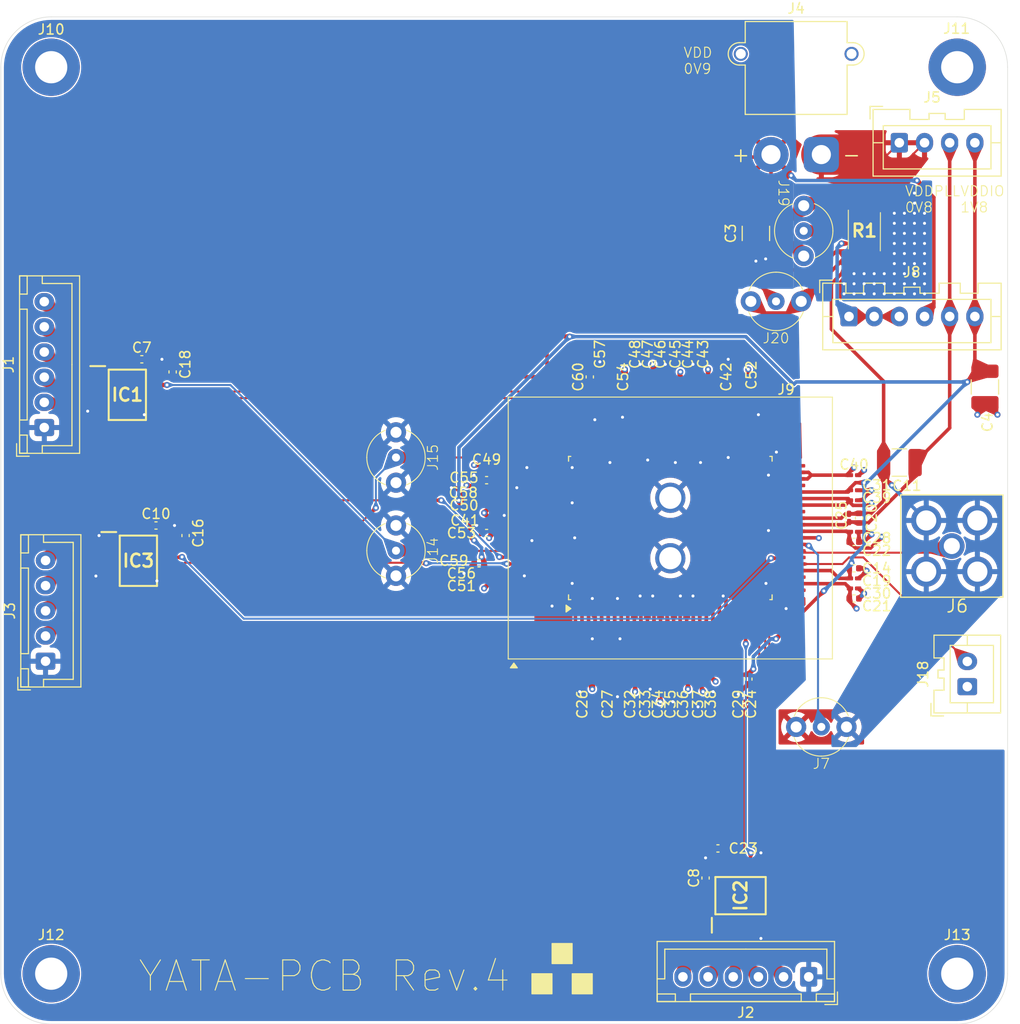
<source format=kicad_pcb>
(kicad_pcb (version 20241229) (generator "pcbnew") (generator_version "9.0")
  (layers (0 "F.Cu" signal) (4 "In1.Cu" signal) (6 "In2.Cu" signal) (2 "B.Cu" signal) (13 "F.Paste" user) (15 "B.Paste" user) (5 "F.SilkS" user "F.Silkscreen") (7 "B.SilkS" user "B.Silkscreen") (1 "F.Mask" user) (3 "B.Mask" user) (25 "Edge.Cuts" user))
  (net 0 "")
  (net 1 "GND")
  (net 2 "SPI_3V3")
  (net 3 "PLL+0V9")
  (net 4 "GPIO_3V3")
  (net 5 "reset")
  (net 6 "fin")
  (net 7 "PLLBYPASS")
  (net 8 "CMOSI")
  (net 9 "CMISO")
  (net 10 "CSS")
  (net 11 "CSCLK")
  (net 12 "SS")
  (net 13 "SCLK")
  (net 14 "MOSI")
  (net 15 "MISO")
  (net 16 "dividedclk")
  (net 17 "clock")
  (net 18 "+1V8")
  (net 19 "+0V9")
  (net 20 "CSPI_3V3")
  (net 21 "Net-(IC1-A2)")
  (net 22 "Net-(IC1-A4)")
  (net 23 "Net-(IC1-A1)")
  (net 24 "Net-(IC1-A3)")
  (net 25 "Net-(IC2-A2)")
  (net 26 "Net-(IC2-A4)")
  (net 27 "Net-(IC2-A3)")
  (net 28 "Net-(IC2-A1)")
  (net 29 "Net-(IC3-A1)")
  (net 30 "Net-(IC3-A2)")
  (net 32 "Net-(IC3-A3)")
  (net 33 "Earth")
  (net 34 "ICSENSE")
  (net 39 "Net-(J19-Pin_1)")
  (net 40 "Net-(J19-Pin_2)")
  (footprint "Capacitor_SMD:C_0201_0603Metric_Pad0.64x0.40mm_HandSolder" (layer "F.Cu") (at 159.75 105.75)
    (property "Reference" "C19")
    (property "Value" "10n")
  )
  (footprint "Connector_JST:JST_XA_B02B-XASK-1_1x02_P2.50mm_Vertical" (layer "F.Cu") (at 171 116.5 90)
    (property "Reference" "J18")
    (property "Value" "ICSense")
  )
  (footprint "Connector_JST:JST_XA_B06B-XASK-1_1x06_P2.50mm_Vertical" (layer "F.Cu") (at 159.25 79.75)
    (property "Reference" "J8")
    (property "Value" "DCSense")
  )
  (footprint "SamacSys_Parts:SOP65P640X120-16N" (layer "F.Cu") (at 148.475 137.25 90)
    (property "Reference" "IC2")
    (property "Value" "SN74AXC4T774QPWRQ1" (hide yes))
  )
  (footprint "Capacitor_SMD:C_0402_1005Metric" (layer "F.Cu") (at 145 135.5 90)
    (property "Reference" "C8")
    (property "Value" "0u1")
  )
  (footprint "Connector_AMASS:AMASS_XT30PW-M_1x02_P2.50mm_Horizontal" (layer "F.Cu") (at 156.5 63.675)
    (property "Reference" "J4")
    (property "Value" "ICDC")
  )
  (footprint "Capacitor_SMD:C_0201_0603Metric_Pad0.64x0.40mm_HandSolder" (layer "F.Cu") (at 123.25 106 180)
    (property "Reference" "C51")
    (property "Value" "10n")
  )
  (footprint "Capacitor_SMD:C_0402_1005Metric" (layer "F.Cu") (at 123.25 96)
    (property "Reference" "C55")
    (property "Value" "0u1")
  )
  (footprint "Capacitor_SMD:C_0201_0603Metric_Pad0.64x0.40mm_HandSolder" (layer "F.Cu") (at 145.25 115.75 -90)
    (property "Reference" "C38")
    (property "Value" "10n")
  )
  (footprint "Capacitor_SMD:C_0201_0603Metric_Pad0.64x0.40mm_HandSolder" (layer "F.Cu") (at 142.5 115.75 -90)
    (property "Reference" "C36")
    (property "Value" "10n")
  )
  (footprint "Capacitor_SMD:C_0201_0603Metric_Pad0.64x0.40mm_HandSolder" (layer "F.Cu") (at 144 115.75 -90)
    (property "Reference" "C37")
    (property "Value" "10n")
  )
  (footprint "MountingHole:MountingHole_3.2mm_M3_ISO7380_Pad" (layer "F.Cu") (at 170 145)
    (property "Reference" "J13")
    (property "Value" "Conn_01x01")
  )
  (footprint "Capacitor_SMD:C_0201_0603Metric_Pad0.64x0.40mm_HandSolder" (layer "F.Cu") (at 140 115.75 -90)
    (property "Reference" "C34")
    (property "Value" "10n")
  )
  (footprint "Capacitor_SMD:C_0201_0603Metric_Pad0.64x0.40mm_HandSolder" (layer "F.Cu") (at 159.25 99.75 90)
    (property "Reference" "C25")
    (property "Value" "10n")
  )
  (footprint "Capacitor_SMD:C_0201_0603Metric_Pad0.64x0.40mm_HandSolder" (layer "F.Cu") (at 138 85.75 90)
    (property "Reference" "C48")
    (property "Value" "10n")
  )
  (footprint "Connector_JST:JST_XH_B5B-XH-A_1x05_P2.50mm_Vertical" (layer "F.Cu") (at 79.438 113.975 90)
    (property "Reference" "J3")
    (property "Value" "GPIO")
  )
  (footprint "Capacitor_SMD:C_1210_3225Metric_Pad1.33x2.70mm_HandSolder" (layer "F.Cu") (at 150 71.5 -90)
    (property "Reference" "C3")
    (property "Value" "220u")
  )
  (footprint "Capacitor_SMD:C_0402_1005Metric" (layer "F.Cu") (at 123.25 101.25 180)
    (property "Reference" "C53")
    (property "Value" "0u1")
  )
  (footprint "Capacitor_SMD:C_0402_1005Metric" (layer "F.Cu") (at 89 84)
    (property "Reference" "C7")
    (property "Value" "0u1")
  )
  (footprint "Capacitor_SMD:C_0201_0603Metric_Pad0.64x0.40mm_HandSolder" (layer "F.Cu") (at 159.75 101.125)
    (property "Reference" "C28")
    (property "Value" "10n")
  )
  (footprint "Capacitor_SMD:C_0402_1005Metric" (layer "F.Cu") (at 159.75 107.75)
    (property "Reference" "C21")
    (property "Value" "0u1")
  )
  (footprint "MountingHole:MountingHole_3.2mm_M3_ISO7380_Pad" (layer "F.Cu") (at 170 55)
    (property "Reference" "J11")
    (property "Value" "Conn_01x01")
  )
  (footprint "Capacitor_SMD:C_0402_1005Metric" (layer "F.Cu") (at 160.25 99.77 90)
    (property "Reference" "C20")
    (property "Value" "0u1")
  )
  (footprint "Capacitor_SMD:C_0201_0603Metric_Pad0.64x0.40mm_HandSolder" (layer "F.Cu") (at 135 115.75 -90)
    (property "Reference" "C27")
    (property "Value" "10n")
  )
  (footprint "SamacSys_Parts:SOP65P640X120-16N" (layer "F.Cu") (at 88.659308 104)
    (property "Reference" "IC3")
    (property "Value" "SN74AXC4T774QPWRQ1" (hide yes))
  )
  (footprint "Capacitor_SMD:C_0201_0603Metric_Pad0.64x0.40mm_HandSolder" (layer "F.Cu") (at 141.75 85.75 90)
    (property "Reference" "C45")
    (property "Value" "10n")
  )
  (footprint "Capacitor_SMD:C_0201_0603Metric_Pad0.64x0.40mm_HandSolder" (layer "F.Cu") (at 123.25 105.25 180)
    (property "Reference" "C56")
    (property "Value" "10n")
  )
  (footprint "Connector_JST:JST_XA_B04B-XASK-1_1x04_P2.50mm_Vertical" (layer "F.Cu") (at 164.25 62.5)
    (property "Reference" "J5")
    (property "Value" "Conn_01x04")
  )
  (footprint "Capacitor_SMD:C_0201_0603Metric_Pad0.64x0.40mm_HandSolder" (layer "F.Cu") (at 137.5 115.75 -90)
    (property "Reference" "C32")
    (property "Value" "10n")
  )
  (footprint "Library:PA013" (layer "F.Cu") (at 154.75 71.25 -90)
    (property "Reference" "J19")
    (property "Value" "CurrentProbe")
  )
  (footprint "Capacitor_SMD:C_0201_0603Metric_Pad0.64x0.40mm_HandSolder" (layer "F.Cu") (at 132.5 115.75 -90)
    (property "Reference" "C26")
    (property "Value" "10n")
  )
  (footprint "Capacitor_SMD:C_0201_0603Metric_Pad0.64x0.40mm_HandSolder" (layer "F.Cu") (at 123.25 98.5 180)
    (property "Reference" "C50")
    (property "Value" "10n")
  )
  (footprint "Library:PA013" (layer "F.Cu") (at 156.5 120.5)
    (property "Reference" "J7")
    (property "Value" "dividedclk")
  )
  (footprint "Capacitor_SMD:C_0201_0603Metric_Pad0.64x0.40mm_HandSolder" (layer "F.Cu") (at 134.5 85.75 90)
    (property "Reference" "C57")
    (property "Value" "10n")
  )
  (footprint "Capacitor_SMD:C_0201_0603Metric_Pad0.64x0.40mm_HandSolder" (layer "F.Cu") (at 141.25 115.75 -90)
    (property "Reference" "C35")
    (property "Value" "10n")
  )
  (footprint "Capacitor_SMD:C_0201_0603Metric_Pad0.64x0.40mm_HandSolder" (layer "F.Cu") (at 159.75 98)
    (property "Reference" "C39")
    (property "Value" "10n")
  )
  (footprint "Capacitor_SMD:C_0201_0603Metric_Pad0.64x0.40mm_HandSolder" (layer "F.Cu") (at 143.25 85.75 90)
    (property "Reference" "C44")
    (property "Value" "10n")
  )
  (footprint "Capacitor_SMD:C_1210_3225Metric_Pad1.33x2.70mm_HandSolder" (layer "F.Cu") (at 164.25 94.25 180)
    (property "Reference" "C11")
    (property "Value" "220u")
  )
  (footprint "Capacitor_SMD:C_0201_0603Metric_Pad0.64x0.40mm_HandSolder" (layer "F.Cu") (at 159.75 95.5)
    (property "Reference" "C40")
    (property "Value" "10n")
  )
  (footprint "Capacitor_SMD:C_0201_0603Metric_Pad0.64x0.40mm_HandSolder" (layer "F.Cu") (at 123.25 100 180)
    (property "Reference" "C41")
    (property "Value" "10n")
  )
  (footprint "Capacitor_SMD:C_0402_1005Metric" (layer "F.Cu") (at 149.25 115.75 90)
    (property "Reference" "C24")
    (property "Value" "0u1")
  )
  (footprint "Library:IC149-100-014-B5" (layer "F.Cu") (at 141.5 100.75)
    (property "Reference" "J9")
    (property "Value" "IC149-100-014-B5")
  )
  (footprint "Library:PA013" (layer "F.Cu") (at 114.25 93.75 90)
    (property "Reference" "J15")
    (property "Value" "FinProbe")
  )
  (footprint "MountingHole:MountingHole_3.2mm_M3_ISO7380_Pad" (layer "F.Cu") (at 80 145)
    (property "Reference" "J12")
    (property "Value" "Conn_01x01")
  )
  (footprint "Capacitor_SMD:C_0201_0603Metric_Pad0.64x0.40mm_HandSolder" (layer "F.Cu") (at 123.25 95)
    (property "Reference" "C49")
    (property "Value" "10n")
  )
  (footprint "Capacitor_SMD:C_0402_1005Metric" (layer "F.Cu") (at 159.75 102.125 180)
    (property "Reference" "C22")
    (property "Value" "0u1")
  )
  (footprint "Capacitor_SMD:C_0201_0603Metric_Pad0.64x0.40mm_HandSolder" (layer "F.Cu") (at 123.25 97.25)
    (property "Reference" "C58")
    (property "Value" "10n")
  )
  (footprint "MountingHole:MountingHole_3.2mm_M3_ISO7380_Pad" (layer "F.Cu") (at 80 55 180)
    (property "Reference" "J10")
    (property "Value" "Conn_01x01")
  )
  (footprint "SamacSys_Parts:SOP65P640X120-16N" (layer "F.Cu") (at 87.562 87.525)
    (property "Reference" "IC1")
    (property "Value" "SN74AXC4T774QPWRQ1" (hide yes))
  )
  (footprint "Connector_JST:JST_XH_B6B-XH-A_1x06_P2.50mm_Vertical" (layer "F.Cu") (at 155.25 145.312 180)
    (property "Reference" "J2")
    (property "Value" "ConfigureSPI")
  )
  (footprint "Connector_JST:JST_XH_B6B-XH-A_1x06_P2.50mm_Vertical" (layer "F.Cu") (at 79.312 90.775 90)
    (property "Reference" "J1")
    (property "Value" "ControlSPI")
  )
  (footprint "Capacitor_SMD:C_0201_0603Metric_Pad0.64x0.40mm_HandSolder" (layer "F.Cu") (at 146 85.75 -90)
    (property "Reference" "C42")
    (property "Value" "10n")
  )
  (footprint "Capacitor_SMD:C_0201_0603Metric_Pad0.64x0.40mm_HandSolder" (layer "F.Cu") (at 159.75 106.75)
    (property "Reference" "C30")
    (property "Value" "10n")
  )
  (footprint "Capacitor_SMD:C_0402_1005Metric" (layer "F.Cu") (at 93.347308 101.5 90)
    (property "Reference" "C16")
    (property "Value" "0u1")
  )
  (footprint "Capacitor_SMD:C_0402_1005Metric" (layer "F.Cu") (at 92.062 85.255 90)
    (property "Reference" "C18")
    (property "Value" "0u1")
  )
  (footprint "Capacitor_SMD:C_1210_3225Metric_Pad1.33x2.70mm_HandSolder" (layer "F.Cu") (at 172.75 86.75 -90)
    (property "Reference" "C4")
    (property "Value" "220u")
  )
  (footprint "Capacitor_SMD:C_0402_1005Metric" (layer "F.Cu") (at 146.23 132.562 180)
    (property "Reference" "C23")
    (property "Value" "0u1")
  )
  (footprint "Capacitor_SMD:C_0201_0603Metric_Pad0.64x0.40mm_HandSolder" (layer "F.Cu") (at 139.25 85.75 90)
    (property "Reference" "C47")
    (property "Value" "10n")
  )
  (footprint "Library:PA013" (layer "F.Cu") (at 114.25 103 90)
    (property "Reference" "J14")
    (property "Value" "SCLKProbe")
  )
  (footprint "Library:PA013" (layer "F.Cu") (at 152 78.25)
    (property "Reference" "J20")
    (property "Value" "ICVolatageProbe")
  )
  (footprint "Capacitor_SMD:C_0201_0603Metric_Pad0.64x0.40mm_HandSolder" (layer "F.Cu") (at 140.5 85.75 90)
    (property "Reference" "C46")
    (property "Value" "10n")
  )
  (footprint "Capacitor_SMD:C_0201_0603Metric_Pad0.64x0.40mm_HandSolder" (layer "F.Cu") (at 148.5 85.5675 -90)
    (property "Reference" "C52")
    (property "Value" "10n")
  )
  (footprint "Capacitor_SMD:C_0402_1005Metric" (layer "F.Cu") (at 122.5 104.25 180)
    (property "Reference" "C59")
    (property "Value" "0u1")
  )
  (footprint "Capacitor_SMD:C_0201_0603Metric_Pad0.64x0.40mm_HandSolder" (layer "F.Cu") (at 138.75 115.75 -90)
    (property "Reference" "C33")
    (property "Value" "10n")
  )
  (footprint "Capacitor_SMD:C_0201_0603Metric_Pad0.64x0.40mm_HandSolder" (layer "F.Cu") (at 144.5 85.75 90)
    (property "Reference" "C43")
    (property "Value" "10n")
  )
  (footprint "Capacitor_SMD:C_0201_0603Metric_Pad0.64x0.40mm_HandSolder" (layer "F.Cu") (at 159.75 97)
    (property "Reference" "C31")
    (property "Value" "10n")
  )
  (footprint "Capacitor_SMD:C_0201_0603Metric_Pad0.64x0.40mm_HandSolder" (layer "F.Cu") (at 148.25 115.75 -90)
    (property "Reference" "C29")
    (property "Value" "10n")
  )
  (footprint "Capacitor_SMD:C_0201_0603Metric_Pad0.64x0.40mm_HandSolder" (layer "F.Cu") (at 135.75 85.75 -90)
    (property "Reference" "C54")
    (property "Value" "10n")
  )
  (footprint "Capacitor_SMD:C_0402_1005Metric" (layer "F.Cu") (at 90.409308 100.5)
    (property "Reference" "C10")
    (property "Value" "0u1")
  )
  (footprint "SamacSys_Parts:Y14870R01000B9R" (layer "F.Cu") (at 160.77 71.235 180)
    (property "Reference" "R1")
    (property "Value" "R_Shunt" (hide yes))
  )
  (footprint "Library:Akizuki-SMA" (layer "F.Cu") (at 166.92 107.62)
    (property "Reference" "J6")
    (property "Value" "clock")
  )
  (footprint "Capacitor_SMD:C_0402_1005Metric" (layer "F.Cu") (at 159.75 104.75)
    (property "Reference" "C14")
    (property "Value" "0u1")
  )
  (footprint "Capacitor_SMD:C_0402_1005Metric" (layer "F.Cu") (at 133.5 85.75 90)
    (property "Reference" "C60")
    (property "Value" "0u1")
  )
  (gr_rect (start 131.75 145) (end 133.75 147) (stroke (width 0.1)) (fill yes) (layer "F.SilkS"))
  (gr_rect (start 127.75 145) (end 129.75 147) (stroke (width 0.1)) (fill yes) (layer "F.SilkS"))
  (gr_rect (start 129.75 142) (end 131.75 144) (stroke (width 0.1)) (fill yes) (layer "F.SilkS"))
  (gr_line (start 75 145) (end 75 55) (stroke (width 0.05)) (layer "Edge.Cuts"))
  (gr_arc (start 75 55) (mid 76.464466 51.464466) (end 80 50) (stroke (width 0.05)) (layer "Edge.Cuts"))
  (gr_line (start 170 150) (end 80 150) (stroke (width 0.05)) (layer "Edge.Cuts"))
  (gr_line (start 80 50) (end 170 50) (stroke (width 0.05)) (layer "Edge.Cuts"))
  (gr_arc (start 170 50) (mid 173.535534 51.464466) (end 175 55) (stroke (width 0.05)) (layer "Edge.Cuts"))
  (gr_arc (start 80 150) (mid 76.464466 148.535534) (end 75 145) (stroke (width 0.05)) (layer "Edge.Cuts"))
  (gr_arc (start 175 145) (mid 173.535534 148.535534) (end 170 150) (stroke (width 0.05)) (layer "Edge.Cuts"))
  (gr_line (start 175 55) (end 175 145) (stroke (width 0.05)) (layer "Edge.Cuts"))
  (gr_text "VDDPLL\n0V8" (at 164.75 69.5 0) (layer "F.SilkS") (effects (font (size 1 1) (thickness 0.1)) (justify left bottom)))
  (gr_text "YATA-PCB Rev.4" (at 88.5 147 0) (layer "F.SilkS") (effects (font (size 3 3) (thickness 0.1)) (justify left bottom)))
  (gr_text "VDD\n0V9" (at 142.75 55.75 0) (layer "F.SilkS") (effects (font (size 1 1) (thickness 0.1)) (justify left bottom)))
  (gr_text "VDDIO\n1V8" (at 170.25 69.5 0) (layer "F.SilkS") (effects (font (size 1 1) (thickness 0.1)) (justify left bottom)))
  (segment (start 150.75 133.25) (end 150.5 133) (width 0.35) (layer "F.Cu") (net 1))
  (segment (start 159.75 76.5) (end 166.75 76.5) (width 0.35) (layer "F.Cu") (net 1))
  (segment (start 90.775 106.275) (end 90.5 106) (width 0.35) (layer "F.Cu") (net 1))
  (segment (start 140.5 85.3425) (end 140.5 85) (width 0.35) (layer "F.Cu") (net 1))
  (segment (start 121.75 106) (end 121.125 105.375) (width 0.35) (layer "F.Cu") (net 1))
  (segment (start 135 116.25) (end 136.25 117.5) (width 0.35) (layer "F.Cu") (net 1))
  (segment (start 136.625 108.125) (end 136.25 107.75) (width 0.35) (layer "F.Cu") (net 1))
  (segment (start 153.4 99.775) (end 158.475 99.775) (width 0.35) (layer "F.Cu") (net 1))
  (segment (start 145 135.02) (end 145 133.312) (width 0.35) (layer "F.Cu") (net 1))
  (segment (start 131.125 105.625) (end 131.75 106.25) (width 0.35) (layer "F.Cu") (net 1))
  (segment (start 145 133.312) (end 145.75 132.562) (width 0.35) (layer "F.Cu") (net 1))
  (segment (start 90.875 105.625) (end 90.5 106) (width 0.35) (layer "F.Cu") (net 1))
  (segment (start 127.425 94.575) (end 127.25 94.75) (width 0.35) (layer "F.Cu") (net 1))
  (segment (start 143.125 108.125) (end 143.75 107.5) (width 0.35) (layer "F.Cu") (net 1))
  (segment (start 139.874999 107.5) (end 139.75 107.5) (width 0.35) (layer "F.Cu") (net 1))
  (segment (start 160.75 102.125) (end 161.5 101.375) (width 0.35) (layer "F.Cu") (net 1))
  (segment (start 161.0475 75.2025) (end 160.7975 74.9525) (width 0.35) (layer "F.Cu") (net 1))
  (segment (start 136.625 89.875) (end 136.75 89.75) (width 0.35) (layer "F.Cu") (net 1))
  (segment (start 139.25 85.3425) (end 139.25 85.25) (width 0.35) (layer "F.Cu") (net 1))
  (segment (start 153.4 94.575) (end 152.0375 93.2125) (width 0.35) (layer "F.Cu") (net 1))
  (segment (start 172.75 88.3125) (end 172.8125 88.3125) (width 0.35) (layer "F.Cu") (net 1))
  (segment (start 157.5 76.5) (end 159.91 74.09) (width 0.35) (layer "F.Cu") (net 1))
  (segment (start 141.825 109.65) (end 141.825 108.175) (width 0.35) (layer "F.Cu") (net 1))
  (segment (start 143.75 84.5) (end 143.75 84.5925) (width 0.35) (layer "F.Cu") (net 1))
  (segment (start 122.6425 97.45) (end 120.877725 97.45) (width 0.35) (layer "F.Cu") (net 1))
  (segment (start 150 73.0625) (end 150 74.25) (width 0.35) (layer "F.Cu") (net 1))
  (segment (start 154.5 78.25) (end 153.347 79.403) (width 0.35) (layer "F.Cu") (net 1))
  (segment (start 158.5 72.5) (end 159.25 72.5) (width 0.35) (layer "F.Cu") (net 1))
  (segment (start 172.75 88.75) (end 172 89.5) (width 0.35) (layer "F.Cu") (net 1))
  (segment (start 159.935 74.09) (end 159.935 74.685) (width 0.35) (layer "F.Cu") (net 1))
  (segment (start 135.5925 85.3425) (end 134.5 84.25) (width 0.35) (layer "F.Cu") (net 1))
  (segment (start 145.075 91.85) (end 145.075 93.675) (width 0.35) (layer "F.Cu") (net 1))
  (segment (start 129.6128 102.375) (end 131.25 102.375) (width 0.35) (layer "F.Cu") (net 1))
  (segment (start 131.075 106.925) (end 131.75 106.25) (width 0.35) (layer "F.Cu") (net 1))
  (segment (start 152.0635 75.126) (end 150.96875 74.03125) (width 0.35) (layer "F.Cu") (net 1))
  (segment (start 129.6128 99.775) (end 125.275 99.775) (width 0.35) (layer "F.Cu") (net 1))
  (segment (start 137.275 91.85) (end 137.275 90.275) (width 0.35) (layer "F.Cu") (net 1))
  (segment (start 135.975 111.225) (end 136.5 111.75) (width 0.35) (layer "F.Cu") (net 1))
  (segment (start 159.25 99.3425) (end 160.1975 99.3425) (width 0.35) (layer "F.Cu") (net 1))
  (segment (start 131.112799 97.175) (end 131.75 97.812201) (width 0.35) (layer "F.Cu") (net 1))
  (segment (start 141.75 85.3425) (end 141.75 85.25) (width 0.35) (layer "F.Cu") (net 1))
  (segment (start 133.75 109.375) (end 134.025 109.65) (width 0.35) (layer "F.Cu") (net 1))
  (segment (start 160.1575 97) (end 161.5 97) (width 0.35) (layer "F.Cu") (net 1))
  (segment (start 144.572275 117.75) (end 145 117.75) (width 0.35) (layer "F.Cu") (net 1))
  (segment (start 141.75 85.25) (end 141 84.5) (width 0.35) (layer "F.Cu") (net 1))
  (segment (start 128.025 101.725) (end 127.75 102) (width 0.35) (layer "F.Cu") (net 1))
  (segment (start 160 75.5) (end 160.375 75.125) (width 0.35) (layer "F.Cu") (net 1))
  (segment (start 91.597308 105.625) (end 90.875 105.625) (width 0.35) (layer "F.Cu") (net 1))
  (segment (start 151.25 95.225001) (end 151.25 95.5) (width 0.35) (layer "F.Cu") (net 1))
  (segment (start 150.275 89.525) (end 150.25 89.5) (width 0.35) (layer "F.Cu") (net 1))
  (segment (start 172.75 88.3125) (end 172.75 88.75) (width 0.35) (layer "F.Cu") (net 1))
  (segment (start 172.8125 88.3125) (end 174 89.5) (width 0.35) (layer "F.Cu") (net 1))
  (segment (start 159.935 74.09) (end 159.935 74.75) (width 0.35) (layer "F.Cu") (net 1))
  (segment (start 122.8425 100) (end 122.822275 100) (width 0.35) (layer "F.Cu") (net 1))
  (segment (start 151.900001 94.575) (end 151.25 95.225001) (width 0.35) (layer "F.Cu") (net 1))
  (segment (start 143.125 109.65) (end 143.125 108.125) (width 0.35) (layer "F.Cu") (net 1))
  (segment (start 127.725 95.225) (end 127.25 94.75) (width 0.35) (layer "F.Cu") (net 1))
  (segment (start 160.1575 95.5) (end 160.25 95.5) (width 0.35) (layer "F.Cu") (net 1))
  (segment (start 145 135.02) (end 145 133.5) (width 0.35) (layer "F.Cu") (net 1))
  (segment (start 134.5 84.25) (end 134.5 84.27) (width 0.35) (layer "F.Cu") (net 1))
  (segment (start 166.75 77.5) (end 166.75 69.5) (width 0.35) (layer "F.Cu") (net 1))
  (segment (start 139.225 108.225) (end 138.5 107.5) (width 0.35) (layer "F.Cu") (net 1))
  (segment (start 135.975 109.65) (end 135.975 111.225) (width 0.35) (layer "F.Cu") (net 1))
  (segment (start 150.1 141.1) (end 150.5 141.5) (width 0.35) (layer "F.Cu") (net 1))
  (segment (start 129.6 94.575) (end 131.575 94.575) (width 0.35) (layer "F.Cu") (net 1))
  (segment (start 153.438 105.625) (end 151.625 105.625) (width 0.35) (layer "F.Cu") (net 1))
  (segment (start 159.75 75.5) (end 160 75.5) (width 0.35) (layer "F.Cu") (net 1))
  (segment (start 160.25 105.75) (end 161 105) (width 0.35) (layer "F.Cu") (net 1))
  (segment (start 132 101.725) (end 139.475 101.725) (width 0.35) (layer "F.Cu") (net 1))
  (segment (start 135 116.1575) (end 135 116.25) (width 0.35) (layer "F.Cu") (net 1))
  (segment (start 144 116.1575) (end 144 118.25) (width 0.35) (layer "F.Cu") (net 1))
  (segment (start 90.889308 100.5) (end 92.25 100.5) (width 0.35) (layer "F.Cu") (net 1))
  (segment (start 122.5 96) (end 122 95.5) (width 0.35) (layer "F.Cu") (net 1))
  (segment (start 143.775 91.85) (end 143.775 93.525) (width 0.35) (layer "F.Cu") (net 1))
  (segment (start 85.721308 101.725) (end 84.975 101.725) (width 0.35) (layer "F.Cu") (net 1))
  (segment (start 138.75 116.1575) (end 138.9075 116.1575) (width 0.35) (layer "F.Cu") (net 1))
  (segment (start 165.75 67.5) (end 165.75 77.5) (width 0.35) (layer "F.Cu") (net 1))
  (segment (start 161.25 101.25) (end 161.5 101.5) (width 0.35) (layer "F.Cu") (net 1))
  (segment (start 159.935 74.09) (end 159.935 73.185) (width 0.35) (layer "F.Cu") (net 1))
  (segment (start 160.5 75.25) (end 160.75 75.5) (width 0.35) (layer "F.Cu") (net 1))
  (segment (start 120.877725 97.45) (end 120.177725 96.75) (width 0.35) (layer "F.Cu") (net 1))
  (segment (start 160.375 75.125) (end 160.5 75.25) (width 0.35) (layer "F.Cu") (net 1))
  (segment (start 151.900001 99.125) (end 151.25 99.775001) (width 0.35) (layer "F.Cu") (net 1))
  (segment (start 122.5 95) (end 122 95.5) (width 0.35) (layer "F.Cu") (net 1))
  (segment (start 159.935 75.315) (end 159.75 75.5) (width 0.35) (layer "F.Cu") (net 1))
  (segment (start 122.8425 100) (end 122.75 100) (width 0.35) (layer "F.Cu") (net 1))
  (segment (start 146.375 107.875) (end 146.75 107.5) (width 0.35) (layer "F.Cu") (net 1))
  (segment (start 92.062 84.775) (end 91.775 84.775) (width 0.35) (layer "F.Cu") (net 1))
  (segment (start 152.0375 93.2125) (end 150.925 92.1) (width 0.35) (layer "F.Cu") (net 1))
  (segment (start 147.25 84) (end 147.34 84) (width 0.35) (layer "F.Cu") (net 1))
  (segment (start 129.6128 105.625) (end 131.112799 105.625) (width 0.35) (layer "F.Cu") (net 1))
  (segment (start 149.25 116.23) (end 149.25 116.25) (width 0.35) (layer "F.Cu") (net 1))
  (segment (start 150.275 91.85) (end 150.275 89.525) (width 0.35) (layer "F.Cu") (net 1))
  (segment (start 150.653 79.403) (end 149.5 78.25) (width 0.35) (layer "F.Cu") (net 1))
  (segment (start 136.374999 94.25) (end 135.5 94.25) (width 0.35) (layer "F.Cu") (net 1))
  (segment (start 139.475 101.725) (end 141.5 103.75) (width 0.35) (layer "F.Cu") (net 1))
  (segment (start 145.25 116.1575) (end 145.25 116.5) (width 0.35) (layer "F.Cu") (net 1))
  (segment (start 137.925 109.65) (end 137.925 108.075) (width 0.35) (layer "F.Cu") (net 1))
  (segment (start 140.525 108.150001) (end 139.874999 107.5) (width 0.35) (layer "F.Cu") (net 1))
  (segment (start 151.25 99.775001) (end 151.25 101) (width 0.35) (layer "F.Cu") (net 1))
  (segment (start 127.125 105.625) (end 127 105.5) (width 0.35) (layer "F.Cu") (net 1))
  (segment (start 141.25 116.1575) (end 141.25 117.5) (width 0.35) (layer "F.Cu") (net 1))
  (segment (start 131.575 94.575) (end 131.75 94.75) (width 0.35) (layer "F.Cu") (net 1))
  (segment (start 122.8425 97.25) (end 122.6425 97.45) (width 0.35) (layer "F.Cu") (net 1))
  (segment (start 148.325 108.150001) (end 147.674999 107.5) (width 0.35) (layer "F.Cu") (net 1))
  (segment (start 91.775 84.775) (end 91 84) (width 0.35) (layer "F.Cu") (net 1))
  (segment (start 122.77 101.02) (end 122.25 100.5) (width 0.35) (layer "F.Cu") (net 1))
  (segment (start 92.827308 100.5) (end 93.347308 101.02) (width 0.35) (layer "F.Cu") (net 1))
  (segment (start 153.438 106.925) (end 153.438 108.312) (width 0.35) (layer "F.Cu") (net 1))
  (segment (start 159.935 74.685) (end 160.25 75) (width 0.35) (layer "F.Cu") (net 1))
  (segment (start 159.935 74.09) (end 159.59 74.09) (width 0.35) (layer "F.Cu") (net 1))
  (segment (start 145 117.75) (end 145.75 117) (width 0.35) (layer "F.Cu") (net 1))
  (segment (start 160.25 106.75) (end 160.75 107.25) (width 0.35) (layer "F.Cu") (net 1))
  (segment (start 163.75 69.5) (end 163.75 77.5) (width 0.35) (layer "F.Cu") (net 1))
  (segment (start 121.125 105.375) (end 121 105.25) (width 0.35) (layer "F.Cu") (net 1))
  (segment (start 160.7975 74.9525) (end 159.935 74.09) (width 0.35) (layer "F.Cu") (net 1))
  (segment (start 151.25 95.874999) (end 151.25 95.5) (width 0.35) (layer "F.Cu") (net 1))
  (segment (start 129.6128 106.925) (end 129.6128 108.3628) (width 0.35) (layer "F.Cu") (net 1))
  (segment (start 131.112799 99.775) (end 131.75 99.137799) (width 0.35) (layer "F.Cu") (net 1))
  (segment (start 162.6875 94.25) (end 162.6875 95.6875) (width 0.35) (layer "F.Cu") (net 1))
  (segment (start 160.5475 74.9525) (end 160.375 75.125) (width 0.35) (layer "F.Cu") (net 1))
  (segment (start 136.625 91.85) (end 136.625 89.875) (width 0.35) (layer "F.Cu") (net 1))
  (segment (start 159.935 74.09) (end 159.935 74.815) (width 0.35) (layer "F.Cu") (net 1))
  (segment (start 134.025 93.349999) (end 134.925001 94.25) (width 0.35) (layer "F.Cu") (net 1))
  (segment (start 84.975 101.725) (end 84.75 101.5) (width 0.35) (layer "F.Cu") (net 1))
  (segment (start 159.935 73.185) (end 159.25 72.5) (width 0.35) (layer "F.Cu") (net 1))
  (segment (start 133.375 109.65) (end 133.375 108.125) (width 0.35) (layer "F.Cu") (net 1))
  (segment (start 131.75 99.137799) (end 131.75 98.25) (width 0.35) (layer "F.Cu") (net 1))
  (segment (start 136.625 91.85) (end 136.625 93.349999) (width 0.35) (layer "F.Cu") (net 1))
  (segment (start 138.575 93.325) (end 139.25 94) (width 0.35) (layer "F.Cu") (net 1))
  (segment (start 134.925001 94.25) (end 135.5 94.25) (width 0.35) (layer "F.Cu") (net 1))
  (segment (start 148.325 109.65) (end 148.325 108.150001) (width 0.35) (layer "F.Cu") (net 1))
  (segment (start 142.5 117.25) (end 141.75 118) (width 0.35) (layer "F.Cu") (net 1))
  (segment (start 160.75 107.25) (end 160.73 107.25) (width 0.35) (layer "F.Cu") (net 1))
  (segment (start 137.275 91.85) (end 137.275 93.349999) (width 0.35) (layer "F.Cu") (net 1))
  (segment (start 125.275 99.775) (end 125 99.5) (width 0.35) (layer "F.Cu") (net 1))
  (segment (start 129.6 94.575) (end 127.425 94.575) (width 0.35) (layer "F.Cu") (net 1))
  (segment (start 136.25 117.5) (end 136.25 117.4075) (width 0.35) (layer "F.Cu") (net 1))
  (segment (start 150.75 134.312) (end 150.75 133.25) (width 0.35) (layer "F.Cu") (net 1))
  (segment (start 160.1975 99.3425) (end 160.25 99.29) (width 0.35) (layer "F.Cu") (net 1))
  (segment (start 134.025 90.025) (end 134 90) (width 0.35) (layer "F.Cu") (net 1))
  (segment (start 122.02 104.25) (end 122 104.25) (width 0.35) (layer "F.Cu") (net 1))
  (segment (start 156.225 101.725) (end 156.25 101.75) (width 0.35) (layer "F.Cu") (net 1))
  (segment (start 151.975 101.725) (end 151.25 101) (width 0.35) (layer "F.Cu") (net 1))
  (segment (start 90.5 89.8) (end 89.55 89.8) (width 0.35) (layer "F.Cu") (net 1))
  (segment (start 138 85.3425) (end 138 85) (width 0.35) (layer "F.Cu") (net 1))
  (segment (start 158.75 77.5) (end 159.75 77.5) (width 0.35) (layer "F.Cu") (net 1))
  (segment (start 129.6128 106.925) (end 131.075 106.925) (width 0.35) (layer "F.Cu") (net 1))
  (segment (start 159.935 74.815) (end 159 75.75) (width 0.35) (layer "F.Cu") (net 1))
  (segment (start 133.375 108.125) (end 133.75 107.75) (width 0.35) (layer "F.Cu") (net 1))
  (segment (start 147.025 93.525) (end 147.25 93.75) (width 0.35) (layer "F.Cu") (net 1))
  (segment (start 160 75.25) (end 160.25 75) (width 0.35) (layer "F.Cu") (net 1))
  (segment (start 153.438 101.725) (end 156.225 101.725) (width 0.35) (layer "F.Cu") (net 1))
  (segment (start 162.6875 86.1875) (end 157.5 81) (width 0.35) (layer "F.Cu") (net 1))
  (segment (start 129.6128 102.375) (end 128.125 102.375) (width 0.35) (layer "F.Cu") (net 1))
  (segment (start 120.177725 96.75) (end 119.75 96.75) (width 0.35) (layer "F.Cu") (net 1))
  (segment (start 140 116.25) (end 139.5 116.75) (width 0.35) (layer "F.Cu") (net 1))
  (segment (start 83.623108 89.15) (end 83.623107 89.149999) (width 0.35) (layer "F.Cu") (net 1))
  (segment (start 153.4 94.575) (end 151.900001 94.575) (width 0.35) (layer "F.Cu") (net 1))
  (segment (start 147.674999 107.5) (end 146.75 107.5) (width 0.35) (layer "F.Cu") (net 1))
  (segment (start 84.806974 104.975) (end 84.298308 105.483666) (width 0.35) (layer "F.Cu") (net 1))
  (segment (start 131.112799 105.625) (end 133.75 102.987799) (width 0.35) (layer "F.Cu") (net 1))
  (segment (start 138.9075 116.1575) (end 139.5 116.75) (width 0.35) (layer "F.Cu") (net 1))
  (segment (start 131.275 95.225) (end 131.75 94.75) (width 0.35) (layer "F.Cu") (net 1))
  (segment (start 160.25 75) (end 160.375 75.125) (width 0.35) (layer "F.Cu") (net 1))
  (segment (start 157.5 81) (end 157.5 76.5) (width 0.35) (layer "F.Cu") (net 1))
  (segment (start 159.75 77.5) (end 166.75 77.5) (width 0.35) (layer "F.Cu") (net 1))
  (segment (start 84.298308 105.5) (end 84.422308 105.5) (width 0.35) (layer "F.Cu") (net 1))
  (segment (start 132.5 116.1575) (end 132.5 117) (width 0.35) (layer "F.Cu") (net 1))
  (segment (start 129.6128 108.3628) (end 129.75 108.5) (width 0.35) (layer "F.Cu") (net 1))
  (segment (start 147.675 93.325) (end 147.25 93.75) (width 0.35) (layer "F.Cu") (net 1))
  (segment (start 153.438 101.725) (end 151.975 101.725) (width 0.35) (layer "F.Cu") (net 1))
  (segment (start 158.75 73.25) (end 158 73.25) (width 0.35) (layer "F.Cu") (net 1))
  (segment (start 160.23 104.75) (end 160.75 104.75) (width 0.35) (layer "F.Cu") (net 1))
  (segment (start 143.125 108.125) (end 142.5 107.5) (width 0.35) (layer "F.Cu") (net 1))
  (segment (start 84.422308 105.5) (end 84.439823 105.517515) (width 0.35) (layer "F.Cu") (net 1))
  (segment (start 160.75 104.75) (end 161 105) (width 0.35) (layer "F.Cu") (net 1))
  (segment (start 136.625 109.65) (end 136.625 108.125) (width 0.35) (layer "F.Cu") (net 1))
  (segment (start 150 73.0625) (end 150.96875 74.03125) (width 0.35) (layer "F.Cu") (net 1))
  (segment (start 146 85.25) (end 147.25 84) (width 0.35) (layer "F.Cu") (net 1))
  (segment (start 129.6128 95.225) (end 131.275 95.225) (width 0.35) (layer "F.Cu") (net 1))
  (segment (start 133.75 107.75) (end 133.75 109.375) (width 0.35) (layer "F.Cu") (net 1))
  (segment (start 158 73.25) (end 156.124 75.126) (width 0.35) (layer "F.Cu") (net 1))
  (segment (start 138 85) (end 138.5 84.5) (width 0.35) (layer "F.Cu") (net 1))
  (segment (start 131.35 102.375) (end 132 101.725) (width 0.35) (layer "F.Cu") (net 1))
  (segment (start 162.6875 94.25) (end 162.6875 86.1875) (width 0.35) (layer "F.Cu") (net 1))
  (segment (start 143.775 93.525) (end 144.5 94.25) (width 0.35) (layer "F.Cu") (net 1))
  (segment (start 122.77 101.25) (end 122.77 101.02) (width 0.35) (layer "F.Cu") (net 1))
  (segment (start 142.5 116.1575) (end 142.5 116.25) (width 0.35) (layer "F.Cu") (net 1))
  (segment (start 145.25 116.5) (end 145.75 117) (width 0.35) (layer "F.Cu") (net 1))
  (segment (start 90.5 89.15) (end 89.6 89.15) (width 0.35) (layer "F.Cu") (net 1))
  (segment (start 153.4 99.125) (end 151.900001 99.125) (width 0.35) (layer "F.Cu") (net 1))
  (segment (start 147.025 109.65) (end 147.025 107.775) (width 0.35) (layer "F.Cu") (net 1))
  (segment (start 141.175 91.85) (end 141.175 93.425) (width 0.35) (layer "F.Cu") (net 1))
  (segment (start 159.25 79.75) (end 164.25 79.75) (width 0.35) (layer "F.Cu") (net 1))
  (segment (start 141.175 93.425) (end 142 94.25) (width 0.35) (layer "F.Cu") (net 1))
  (segment (start 121.25 105.25) (end 121.125 105.375) (width 0.35) (layer "F.Cu") (net 1))
  (segment (start 136.625 111.625) (end 136.5 111.75) (width 0.35) (layer "F.Cu") (net 1))
  (segment (start 131.25 102.375) (end 133.75 102.375) (width 0.35) (layer "F.Cu") (net 1))
  (segment (start 153.4 96.525) (end 151.900001 96.525) (width 0.35) (layer "F.Cu") (net 1))
  (segment (start 122.525001 98.5) (end 122.25 98.775001) (width 0.35) (layer "F.Cu") (net 1))
  (segment (start 141.825 108.175) (end 142.5 107.5) (width 0.35) (layer "F.Cu") (net 1))
  (segment (start 150.1 140.188) (end 150.1 141.1) (width 0.35) (layer "F.Cu") (net 1))
  (segment (start 160 75.5) (end 160 75.25) (width 0.35) (layer "F.Cu") (net 1))
  (segment (start 142.475 91.85) (end 142.475 93.775) (width 0.35) (layer "F.Cu") (net 1))
  (segment (start 129.6128 105.625) (end 127.125 105.625) (width 0.35) (layer "F.Cu") (net 1))
  (segment (start 138.575 91.85) (end 138.575 93.325) (width 0.35) (layer "F.Cu") (net 1))
  (segment (start 122.77 96) (end 122.5 96) (width 0.35) (layer "F.Cu") (net 1))
  (segment (start 160.1575 106.75) (end 160.25 106.75) (width 0.35) (layer "F.Cu") (net 1))
  (segment (start 144 116.1575) (end 144 117.177725) (width 0.35) (layer "F.Cu") (net 1))
  (segment (start 159.91 74.09) (end 159.935 74.09) (width 0.35) (layer "F.Cu") (net 1))
  (segment (start 160.73 107.25) (end 160.23 107.75) (width 0.35) (layer "F.Cu") (net 1))
  (segment (start 135.724999 94.25) (end 135.5 94.25) (width 0.35) (layer "F.Cu") (net 1))
  (segment (start 150.1 133.4) (end 150.5 133) (width 0.35) (layer "F.Cu") (net 1))
  (segment (start 84.624 89.15) (end 83.623108 89.15) (width 0.35) (layer "F.Cu") (net 1))
  (segment (start 139.25 85.25) (end 138.5 84.5) (width 0.35) (layer "F.Cu") (net 1))
  (segment (start 122 104.25) (end 121 105.25) (width 0.35) (layer "F.Cu") (net 1))
  (segment (start 161 75.25) (end 160.5 75.25) (width 0.35) (layer "F.Cu") (net 1))
  (segment (start 134.025 91.85) (end 134.025 90.025) (width 0.35) (layer "F.Cu") (net 1))
  (segment (start 161.75 75.5) (end 161.345 75.5) (width 0.35) (layer "F.Cu") (net 1))
  (segment (start 143.25 85.3425) (end 143.25 85) (width 0.35) (layer "F.Cu") (net 1))
  (segment (start 162.6875 95.6875) (end 163.5 96.5) (width 0.35) (layer "F.Cu") (net 1))
  (segment (start 134.5 84.27) (end 133.5 85.27) (width 0.35) (layer "F.Cu") (net 1))
  (segment (start 122.8425 98.5) (end 122.525001 98.5) (width 0.35) (layer "F.Cu") (net 1))
  (segment (start 139.875 93.375) (end 139.25 94) (width 0.35) (layer "F.Cu") (net 1))
  (segment (start 137.925 108.075) (end 138.5 107.5) (width 0.35) (layer "F.Cu") (net 1))
  (segment (start 144.425 108.175) (end 143.75 107.5) (width 0.35) (layer "F.Cu") (net 1))
  (segment (start 133.375 111.375) (end 133.75 111.75) (width 0.35) (layer "F.Cu") (net 1))
  (segment (start 136.25 117.4075) (end 137.5 116.1575) (width 0.35) (layer "F.Cu") (net 1))
  (segment (start 136.625 109.65) (end 136.625 111.625) (width 0.35) (layer "F.Cu") (net 1))
  (segment (start 158.475 99.775) (end 158.9075 99.3425) (width 0.35) (layer "F.Cu") (net 1))
  (segment (start 160.23 102.125) (end 160.23 101.1975) (width 0.35) (layer "F.Cu") (net 1))
  (segment (start 141.25 117.5) (end 141.75 118) (width 0.35) (layer "F.Cu") (net 1))
  (segment (start 126.675 97.175) (end 126.25 96.75) (width 0.35) (layer "F.Cu") (net 1))
  (segment (start 159.75 75.5) (end 166.75 75.5) (width 0.35) (layer "F.Cu") (net 1))
  (segment (start 160.1575 98) (end 160.5 98) (width 0.35) (layer "F.Cu") (net 1))
  (segment (start 160.1575 101.125) (end 161.25 101.125) (width 0.35) (layer "F.Cu") (net 1))
  (segment (start 159.75 75.5) (end 159.75 77.5) (width 0.35) (layer "F.Cu") (net 1))
  (segment (start 159.75 76.5) (end 158.75 76.5) (width 0.35) (layer "F.Cu") (net 1))
  (segment (start 146 85.3425) (end 146 85.25) (width 0.35) (layer "F.Cu") (net 1))
  (segment (start 159.59 74.09) (end 158.75 73.25) (width 0.35) (layer "F.Cu") (net 1))
  (segment (start 140.125 102.375) (end 141.5 103.75) (width 0.35) (layer "F.Cu") (net 1))
  (segment (start 129.6128 97.175) (end 126.675 97.175) (width 0.35) (layer "F.Cu") (net 1))
  (segment (start 135.975 109.65) (end 135.975 108.025) (width 0.35) (layer "F.Cu") (net 1))
  (segment (start 92.25 100.5) (end 92.827308 100.5) (width 0.35) (layer "F.Cu") (net 1))
  (segment (start 129.6128 101.725) (end 128.025 101.725) (width 0.35) (layer "F.Cu") (net 1))
  (segment (start 134.025 91.85) (end 134.025 93.349999) (width 0.35) (layer "F.Cu") (net 1))
  (segment (start 139.225 109.65) (end 139.225 108.225) (width 0.35) (layer "F.Cu") (net 1))
  (segment (start 85.721308 104.975) (end 84.806974 104.975) (width 0.35) (layer "F.Cu") (net 1))
  (segment (start 133.375 109.65) (end 133.375 111.375) (width 0.35) (layer "F.Cu") (net 1))
  (segment (start 122.8425 105.25) (end 121.25 105.25) (width 0.35) (layer "F.Cu") (net 1))
  (segment (start 153.438 106.925) (end 151.675 106.925) (width 0.35) (layer "F.Cu") (net 1))
  (segment (start 149.625 91.85) (end 149.625 90.125) (width 0.35) (layer "F.Cu") (net 1))
  (segment (start 139.225 108.025) (end 139.75 107.5) (width 0.35) (layer "F.Cu") (net 1))
  (segment (start 156.124 75.126) (end 152.0635 75.126) (width 0.35) (layer "F.Cu") (net 1))
  (segment (start 149.25 116.25) (end 148.25 117.25) (width 0.35) (layer "F.Cu") (net 1))
  (segment (start 140.525 109.65) (end 140.525 108.150001) (width 0.35) (layer "F.Cu") (net 1))
  (segment (start 135.975 108.025) (end 136.25 107.75) (width 0.35) (layer "F.Cu") (net 1))
  (segment (start 143.25 85) (end 143.75 84.5) (width 0.35) (layer "F.Cu") (net 1))
  (segment (start 131.25 102.375) (end 131.35 102.375) (width 0.35) (layer "F.Cu") (net 1))
  (segment (start 134.025 111.475) (end 133.75 111.75) (width 0.35) (layer "F.Cu") (net 1))
  (segment (start 151.625 105.625) (end 151 106.25) (width 0.35) (layer "F.Cu") (net 1))
  (segment (start 159.25 73.405) (end 159.935 74.09) (width 0.35) (layer "F.Cu") (net 1))
  (segment (start 128.125 102.375) (end 127.75 102) (width 0.35) (layer "F.Cu") (net 1))
  (segment (start 122.75 100) (end 122.25 100.5) (width 0.35) (layer "F.Cu") (net 1))
  (segment (start 159.935 74.09) (end 159.935 75.315) (width 0.35) (layer "F.Cu") (net 1))
  (segment (start 136.625 93.349999) (end 135.724999 94.25) (width 0.35) (layer "F.Cu") (net 1))
  (segment (start 137.275 93.349999) (end 136.374999 94.25) (width 0.35) (layer "F.Cu") (net 1))
  (segment (start 89.55 89.8) (end 89.25 89.5) (width 0.35) (layer "F.Cu") (net 1))
  (segment (start 151.675 106.925) (end 151 106.25) (width 0.35) (layer "F.Cu") (net 1))
  (segment (start 154.5 78.25) (end 158.66 74.09) (width 0.35) (layer "F.Cu") (net 1))
  (segment (start 129.6128 99.775) (end 131.112799 99.775) (width 0.35) (layer "F.Cu") (net 1))
  (segment (start 160.7975 74.9525) (end 160.5475 74.9525) (width 0.35) (layer "F.Cu") (net 1))
  (segment (start 131.75 97.812201) (end 131.75 98.25) (width 0.35) (layer "F.Cu") (net 1))
  (segment (start 153.438 108.312) (end 153 108.75) (width 0.35) (layer "F.Cu") (net 1))
  (segment (start 158.9075 99.3425) (end 159.25 99.3425) (width 0.35) (layer "F.Cu") (net 1))
  (segment (start 161.345 75.5) (end 161.0475 75.2025) (width 0.35) (layer "F.Cu") (net 1))
  (segment (start 89.6 89.15) (end 89.25 89.5) (width 0.35) (layer "F.Cu") (net 1))
  (segment (start 160.25 99.29) (end 161.446506 99.29) (width 0.35) (layer "F.Cu") (net 1))
  (segment (start 158.66 74.09) (end 159.935 74.09) (width 0.35) (layer "F.Cu") (net 1))
  (segment (start 164.25 79.75) (end 164.75 79.75) (width 0.35) (layer "F.Cu") (net 1))
  (segment (start 145.075 93.675) (end 144.5 94.25) (width 0.35) (layer "F.Cu") (net 1))
  (segment (start 122.8425 95) (end 122.5 95) (width 0.35) (layer "F.Cu") (net 1))
  (segment (start 144 118.25) (end 144.25 118.5) (width 0.35) (layer "F.Cu") (net 1))
  (segment (start 122.25 98.775001) (end 122.25 100.5) (width 0.35) (layer "F.Cu") (net 1))
  (segment (start 133.75 102.987799) (end 133.75 102.375) (width 0.35) (layer "F.Cu") (net 1))
  (segment (start 134.425001 94.75) (end 134.925001 94.25) (width 0.35) (layer "F.Cu") (net 1))
  (segment (start 133.75 102.375) (end 140.125 102.375) (width 0.35) (layer "F.Cu") (net 1))
  (segment (start 137.275 90.275) (end 136.75 89.75) (width 0.35) (layer "F.Cu") (net 1))
  (segment (start 147.675 91.85) (end 147.675 93.325) (width 0.35) (layer "F.Cu") (net 1))
  (segment (start 160.23 102.125) (end 160.75 102.125) (width 0.35) (layer "F.Cu") (net 1))
  (segment (start 160.25 95.5) (end 160.75 95) (width 0.35) (layer "F.Cu") (net 1))
  (segment (start 164.75 77.5) (end 164.75 69.5) (width 0.35) (layer "F.Cu") (net 1))
  (segment (start 150.925 90.175) (end 150.25 89.5) (width 0.35) (layer "F.Cu") (net 1))
  (segment (start 134.5 84.25) (end 134.5 85.3425) (width 0.35) (layer "F.Cu") (net 1))
  (segment (start 147.025 91.85) (end 147.025 93.525) (width 0.35) (layer "F.Cu") (net 1))
  (segment (start 161.0475 75.2025) (end 161 75.25) (width 0.35) (layer "F.Cu") (net 1))
  (segment (start 160.23 101.3225) (end 160.1575 101.25) (width 0.35) (layer "F.Cu") (net 1))
  (segment (start 89.48 84) (end 91 84) (width 0.35) (layer "F.Cu") (net 1))
  (segment (start 161.446506 99.29) (end 162.6875 98.049006) (width 0.35) (layer "F.Cu") (net 1))
  (segment (start 140 116.1575) (end 140 116.25) (width 0.35) (layer "F.Cu") (net 1))
  (segment (start 150.925 92.1) (end 150.925 91.85) (width 0.35) (layer "F.Cu") (net 1))
  (segment (start 148.25 116.1575) (end 148.25 117.25) (width 0.35) (layer "F.Cu") (net 1))
  (segment (start 147.025 107.775) (end 146.75 107.5) (width 0.35) (layer "F.Cu") (net 1))
  (segment (start 131.75 94.75) (end 134.425001 94.75) (width 0.35) (layer "F.Cu") (net 1))
  (segment (start 129.6128 105.625) (end 131.125 105.625) (width 0.35) (layer "F.Cu") (net 1))
  (segment (start 134.025 109.65) (end 134.025 111.475) (width 0.35) (layer "F.Cu") (net 1))
  (segment (start 150.925 91.85) (end 150.925 90.175) (width 0.35) (layer "F.Cu") (net 1))
  (segment (start 142.475 93.775) (end 142 94.25) (width 0.35) (layer "F.Cu") (net 1))
  (segment (start 129.6128 97.175) (end 131.112799 97.175) (width 0.35) (layer "F.Cu") (net 1))
  (segment (start 91.597308 106.275) (end 90.775 106.275) (width 0.35) (layer "F.Cu") (net 1))
  (segment (start 135.75 85.3425) (end 135.5925 85.3425) (width 0.35) (layer "F.Cu") (net 1))
  (segment (start 150.1 134.312) (end 150.1 133.4) (width 0.35) (layer "F.Cu") (net 1))
  (segment (start 143.75 84.5925) (end 144.5 85.3425) (width 0.35) (layer "F.Cu") (net 1))
  (segment (start 139.875 91.85) (end 139.875 93.375) (width 0.35) (layer "F.Cu") (net 1))
  (segment (start 139.225 109.65) (end 139.225 108.025) (width 0.35) (layer "F.Cu") (net 1))
  (segment (start 147.34 84) (end 148.5 85.16) (width 0.35) (layer "F.Cu") (net 1))
  (segment (start 144 117.177725) (end 144.572275 117.75) (width 0.35) (layer "F.Cu") (net 1))
  (segment (start 142.5 116.1575) (end 142.5 117.25) (width 0.35) (layer "F.Cu") (net 1))
  (segment (start 129.6128 101.725) (end 132 101.725) (width 0.35) (layer "F.Cu") (net 1))
  (segment (start 146.375 109.65) (end 146.375 107.875) (width 0.35) (layer "F.Cu") (net 1))
  (segment (start 140.5 85) (end 141 84.5) (width 0.35) (layer "F.Cu") (net 1))
  (segment (start 153.347 79.403) (end 150.653 79.403) (width 0.35) (layer "F.Cu") (net 1))
  (segment (start 160.5 98) (end 161.5 97) (width 0.35) (layer "F.Cu") (net 1))
  (segment (start 162.6875 98.049006) (end 162.6875 94.25) (width 0.35) (layer "F.Cu") (net 1))
  (segment (start 122.8425 106) (end 121.75 106) (width 0.35) (layer "F.Cu") (net 1))
  (segment (start 149.625 90.125) (end 150.25 89.5) (width 0.35) (layer "F.Cu") (net 1))
  (segment (start 144.425 109.65) (end 144.425 108.175) (width 0.35) (layer "F.Cu") (net 1))
  (segment (start 84.298308 105.483666) (end 84.298308 105.5) (width 0.35) (layer "F.Cu") (net 1))
  (segment (start 151.900001 96.525) (end 151.25 95.874999) (width 0.35) (layer "F.Cu") (net 1))
  (segment (start 129.6128 95.225) (end 127.725 95.225) (width 0.35) (layer "F.Cu") (net 1))
  (via (at 150.25 89.5) (size 0.6) (drill 0.3) (layers "F.Cu" "B.Cu") (net 1))
  (via (at 159.75 77.5) (size 0.6) (drill 0.3) (layers "F.Cu" "B.Cu") (net 1))
  (via (at 150.5 141.5) (size 0.6) (drill 0.3) (layers "F.Cu" "B.Cu") (net 1))
  (via (at 161.75 76.5) (size 0.6) (drill 0.3) (layers "F.Cu" "B.Cu") (net 1))
  (via (at 125 99.5) (size 0.6) (drill 0.3) (layers "F.Cu" "B.Cu") (net 1))
  (via (at 150.96875 74.03125) (size 0.6) (drill 0.3) (layers "F.Cu" "B.Cu") (net 1))
  (via (at 84.75 101.5) (size 0.6) (drill 0.3) (layers "F.Cu" "B.Cu") (net 1))
  (via (at 145 133.5) (size 0.6) (drill 0.3) (layers "F.Cu" "B.Cu") (net 1))
  (via (at 166.75 73.5) (size 0.6) (drill 0.3) (layers "F.Cu" "B.Cu") (net 1))
  (via (at 156.25 101.75) (size 0.6) (drill 0.3) (layers "F.Cu" "B.Cu") (net 1))
  (via (at 158.5 72.5) (size 0.6) (drill 0.3) (layers "F.Cu" "B.Cu") (net 1))
  (via (at 138.5 84.5) (size 0.6) (drill 0.3) (layers "F.Cu" "B.Cu") (net 1))
  (via (at 131.75 98.25) (size 0.6) (drill 0.3) (layers "F.Cu" "B.Cu") (net 1))
  (via (at 131.75 94.75) (size 0.6) (drill 0.3) (layers "F.Cu" "B.Cu") (net 1))
  (via (at 165.75 70.5) (size 0.6) (drill 0.3) (layers "F.Cu" "B.Cu") (net 1))
  (via (at 164.75 72.5) (size 0.6) (drill 0.3) (layers "F.Cu" "B.Cu") (net 1))
  (via (at 163.75 75.5) (size 0.6) (drill 0.3) (layers "F.Cu" "B.Cu") (net 1))
  (via (at 164.75 77.5) (size 0.6) (drill 0.3) (layers "F.Cu" "B.Cu") (net 1))
  (via (at 141.75 118) (size 0.6) (drill 0.3) (layers "F.Cu" "B.Cu") (net 1))
  (via (at 84.439823 105.517515) (size 0.6) (drill 0.3) (layers "F.Cu" "B.Cu") (net 1))
  (via (at 161.5 101.375) (size 0.6) (drill 0.3) (layers "F.Cu" "B.Cu") (net 1))
  (via (at 132.5 117) (size 0.6) (drill 0.3) (layers "F.Cu" "B.Cu") (net 1))
  (via (at 163.75 76.5) (size 0.6) (drill 0.3) (layers "F.Cu" "B.Cu") (net 1))
  (via (at 159.75 76.5) (size 0.6) (drill 0.3) (layers "F.Cu" "B.Cu") (net 1))
  (via (at 164.75 73.5) (size 0.6) (drill 0.3) (layers "F.Cu" "B.Cu") (net 1))
  (via (at 164.75 76.5) (size 0.6) (drill 0.3) (layers "F.Cu" "B.Cu") (net 1))
  (via (at 164.75 75.5) (size 0.6) (drill 0.3) (layers "F.Cu" "B.Cu") (net 1))
  (via (at 131.75 106.25) (size 0.6) (drill 0.3) (layers "F.Cu" "B.Cu") (net 1))
  (via (at 129.75 108.5) (size 0.6) (drill 0.3) (layers "F.Cu" "B.Cu") (net 1))
  (via (at 172 89.5) (size 0.6) (drill 0.3) (layers "F.Cu" "B.Cu") (net 1))
  (via (at 164.75 70.5) (size 0.6) (drill 0.3) (layers "F.Cu" "B.Cu") (net 1))
  (via (at 166.75 72.5) (size 0.6) (drill 0.3) (layers "F.Cu" "B.Cu") (net 1))
  (via (at 146.75 107.5) (size 0.6) (drill 0.3) (layers "F.Cu" "B.Cu") (net 1))
  (via (at 133.75 107.75) (size 0.6) (drill 0.3) (layers "F.Cu" "B.Cu") (net 1))
  (via (at 135.5 94.25) (size 0.6) (drill 0.3) (layers "F.Cu" "B.Cu") (net 1))
  (via (at 127.25 94.75) (size 0.6) (drill 0.3) (layers "F.Cu" "B.Cu") (net 1))
  (via (at 164.75 74.5) (size 0.6) (drill 0.3) (layers "F.Cu" "B.Cu") (net 1))
  (via (at 151 106.25) (size 0.6) (drill 0.3) (layers "F.Cu" "B.Cu") (net 1))
  (via (at 163.75 69.5) (size 0.6) (drill 0.3) (layers "F.Cu" "B.Cu") (net 1))
  (via (at 139.25 94) (size 0.6) (drill 0.3) (layers "F.Cu" "B.Cu") (net 1))
  (via (at 139.5 116.75) (size 0.6) (drill 0.3) (layers "F.Cu" "B.Cu") (net 1))
  (via (at 91 84) (size 0.6) (drill 0.3) (layers "F.Cu" "B.Cu") (net 1))
  (via (at 151.25 95.5) (size 0.6) (drill 0.3) (layers "F.Cu" "B.Cu") (net 1))
  (via (at 164.75 69.5) (size 0.6) (drill 0.3) (layers "F.Cu" "B.Cu") (net 1))
  (via (at 165.75 71.5) (size 0.6) (drill 0.3) (layers "F.Cu" "B.Cu") (net 1))
  (via (at 119.75 96.75) (size 0.6) (drill 0.3) (layers "F.Cu" "B.Cu") (net 1))
  (via (at 142.5 107.5) (size 0.6) (drill 0.3) (layers "F.Cu" "B.Cu") (net 1))
  (via (at 160.75 75.5) (size 0.6) (drill 0.3) (layers "F.Cu" "B.Cu") (net 1))
  (via (at 163.75 70.5) (size 0.6) (drill 0.3) (layers "F.Cu" "B.Cu") (net 1))
  (via (at 132 101.725) (size 0.6) (drill 0.3) (layers "F.Cu" "B.Cu") (net 1))
  (via (at 158.75 77.5) (size 0.6) (drill 0.3) (layers "F.Cu" "B.Cu") (net 1))
  (via (at 166.75 69.5) (size 0.6) (drill 0.3) (layers "F.Cu" "B.Cu") (net 1))
  (via (at 166.75 77.5) (size 0.6) (drill 0.3) (layers "F.Cu" "B.Cu") (net 1))
  (via (at 165.75 72.5) (size 0.6) (drill 0.3) (layers "F.Cu" "B.Cu") (net 1))
  (via (at 162.75 76.5) (size 0.6) (drill 0.3) (layers "F.Cu" "B.Cu") (net 1))
  (via (at 161.75 77.5) (size 0.6) (drill 0.3) (layers "F.Cu" "B.Cu") (net 1))
  (via (at 136.5 111.75) (size 0.6) (drill 0.3) (layers "F.Cu" "B.Cu") (net 1))
  (via (at 163.75 73.5) (size 0.6) (drill 0.3) (layers "F.Cu" "B.Cu") (net 1))
  (via (at 163.5 96.5) (size 0.6) (drill 0.3) (layers "F.Cu" "B.Cu") (net 1))
  (via (at 152.0375 93.2125) (size 0.6) (drill 0.3) (layers "F.Cu" "B.Cu") (net 1))
  (via (at 165.75 69.5) (size 0.6) (drill 0.3) (layers "F.Cu" "B.Cu") (net 1))
  (via (at 134.5 84.25) (size 0.6) (drill 0.3) (layers "F.Cu" "B.Cu") (net 1))
  (via (at 141 84.5) (size 0.6) (drill 0.3) (layers "F.Cu" "B.Cu") (net 1))
  (via (at 147.25 84) (size 0.6) (drill 0.3) (layers "F.Cu" "B.Cu") (net 1))
  (via (at 165.75 76.5) (size 0.6) (drill 0.3) (layers "F.Cu" "B.Cu") (net 1))
  (via (at 166.75 71.5) (size 0.6) (drill 0.3) (layers "F.Cu" "B.Cu") (net 1))
  (via (at 163.75 77.5) (size 0.6) (drill 0.3) (layers "F.Cu" "B.Cu") (net 1))
  (via (at 160.75 107.25) (size 0.6) (drill 0.3) (layers "F.Cu" "B.Cu") (net 1))
  (via (at 133.75 111.75) (size 0.6) (drill 0.3) (layers "F.Cu" "B.Cu") (net 1))
  (via (at 122.25 100.5) (size 0.6) (drill 0.3) (layers "F.Cu" "B.Cu") (net 1))
  (via (at 127 105.5) (size 0.6) (drill 0.3) (layers "F.Cu" "B.Cu") (net 1))
  (via (at 161.5 97) (size 0.6) (drill 0.3) (layers "F.Cu" "B.Cu") (net 1))
  (via (at 165.75 75.5) (size 0.6) (drill 0.3) (layers "F.Cu" "B.Cu") (net 1))
  (via (at 165.75 68.5) (size 0.6) (drill 0.3) (layers "F.Cu" "B.Cu") (net 1))
  (via (at 122 95.5) (size 0.6) (drill 0.3) (layers "F.Cu" "B.Cu") (net 1))
  (via (at 166.75 70.5) (size 0.6) (drill 0.3) (layers "F.Cu" "B.Cu") (net 1))
  (via (at 143.75 107.5) (size 0.6) (drill 0.3) (layers "F.Cu" "B.Cu") (net 1))
  (via (at 165.75 73.5) (size 0.6) (drill 0.3) (layers "F.Cu" "B.Cu") (net 1))
  (via (at 160.75 76.5) (size 0.6) (drill 0.3) (layers "F.Cu" "B.Cu") (net 1))
  (via (at 136.25 117.5) (size 0.6) (drill 0.3) (layers "F.Cu" "B.Cu") (net 1))
  (via (at 174 89.5) (size 0.6) (drill 0.3) (layers "F.Cu" "B.Cu") (net 1))
  (via (at 163.75 72.5) (size 0.6) (drill 0.3) (layers "F.Cu" "B.Cu") (net 1))
  (via (at 121 105.25) (size 0.6) (drill 0.3) (layers "F.Cu" "B.Cu") (net 1))
  (via (at 89.25 89.5) (size 0.6) (drill 0.3) (layers "F.Cu" "B.Cu") (net 1))
  (via (at 165.75 77.5) (size 0.6) (drill 0.3) (layers "F.Cu" "B.Cu") (net 1))
  (via (at 144.5 94.25) (size 0.6) (drill 0.3) (layers "F.Cu" "B.Cu") (net 1))
  (via (at 160.75 77.5) (size 0.6) (drill 0.3) (layers "F.Cu" "B.Cu") (net 1))
  (via (at 163.75 71.5) (size 0.6) (drill 0.3) (layers "F.Cu" "B.Cu") (net 1))
  (via (at 90.5 106) (size 0.6) (drill 0.3) (layers "F.Cu" "B.Cu") (net 1))
  (via (at 164.75 71.5) (size 0.6) (drill 0.3) (layers "F.Cu" "B.Cu") (net 1))
  (via (at 165.75 67.5) (size 0.6) (drill 0.3) (layers "F.Cu" "B.Cu") (net 1))
  (via (at 158.75 76.5) (size 0.6) (drill 0.3) (layers "F.Cu" "B.Cu") (net 1))
  (via (at 151.25 101) (size 0.6) (drill 0.3) (layers "F.Cu" "B.Cu") (net 1))
  (via (at 127.75 102) (size 0.6) (drill 0.3) (layers "F.Cu" "B.Cu") (net 1))
  (via (at 145.75 117) (size 0.6) (drill 0.3) (layers "F.Cu" "B.Cu") (net 1))
  (via (at 165.75 74.5) (size 0.6) (drill 0.3) (layers "F.Cu" "B.Cu") (net 1))
  (via (at 138.5 107.5) (size 0.6) (drill 0.3) (layers "F.Cu" "B.Cu") (net 1))
  (via (at 144.25 118.5) (size 0.6) (drill 0.3) (layers "F.Cu" "B.Cu") (net 1))
  (via (at 150.5 133) (size 0.6) (drill 0.3) (layers "F.Cu" "B.Cu") (net 1))
  (via (at 126.25 96.75) (size 0.6) (drill 0.3) (layers "F.Cu" "B.Cu") (net 1))
  (via (at 92.25 100.5) (size 0.6) (drill 0.3) (layers "F.Cu" "B.Cu") (net 1))
  (via (at 162.75 75.5) (size 0.6) (drill 0.3) (layers "F.Cu" "B.Cu") (net 1))
  (via (at 136.25 107.75) (size 0.6) (drill 0.3) (layers "F.Cu" "B.Cu") (net 1))
  (via (at 148.25 117.25) (size 0.6) (drill 0.3) (layers "F.Cu" "B.Cu") (net 1))
  (via (at 134 90) (size 0.6) (drill 0.3) (layers "F.Cu" "B.Cu") (net 1))
  (via (at 161.75 75.5) (size 0.6) (drill 0.3) (layers "F.Cu" "B.Cu") (net 1))
  (via (at 163.75 74.5) (size 0.6) (drill 0.3) (layers "F.Cu" "B.Cu") (net 1))
  (via (at 161 105) (size 0.6) (drill 0.3) (layers "F.Cu" "B.Cu") (net 1))
  (via (at 166.75 76.5) (size 0.6) (drill 0.3) (layers "F.Cu" "B.Cu") (net 1))
  (via (at 166.75 75.5) (size 0.6) (drill 0.3) (layers "F.Cu" "B.Cu") (net 1))
  (via (at 147.25 93.75) (size 0.6) (drill 0.3) (layers "F.Cu" "B.Cu") (net 1))
  (via (at 153 108.75) (size 0.6) (drill 0.3) (layers "F.Cu" "B.Cu") (net 1))
  (via (at 142 94.25) (size 0.6) (drill 0.3) (layers "F.Cu" "B.Cu") (net 1))
  (via (at 83.623107 89.149999) (size 0.6) (drill 0.3) (layers "F.Cu" "B.Cu") (net 1))
  (via (at 159.75 75.5) (size 0.6) (drill 0.3) (layers "F.Cu" "B.Cu") (net 1))
  (via (at 136.75 89.75) (size 0.6) (drill 0.3) (layers "F.Cu" "B.Cu") (net 1))
  (via (at 139.75 107.5) (size 0.6) (drill 0.3) (layers "F.Cu" "B.Cu") (net 1))
  (via (at 143.75 84.5) (size 0.6) (drill 0.3) (layers "F.Cu" "B.Cu") (net 1))
  (via (at 166.75 74.5) (size 0.6) (drill 0.3) (layers "F.Cu" "B.Cu") (net 1))
  (via (at 150 74.25) (size 0.6) (drill 0.3) (layers "F.Cu" "B.Cu") (net 1))
  (via (at 160.75 95) (size 0.6) (drill 0.3) (layers "F.Cu" "B.Cu") (net 1))
  (via (at 162.75 77.5) (size 0.6) (drill 0.3) (layers "F.Cu" "B.Cu") (net 1))
  (segment (start 163.5 96.5) (end 163.5 96.58) (width 0.35) (layer "B.Cu") (net 1))
  (segment (start 166.75 77.5) (end 158.75 77.5) (width 0.35) (layer "B.Cu") (net 1))
  (segment (start 158.75 76.5) (end 166.75 76.5) (width 0.35) (layer "B.Cu") (net 1))
  (segment (start 158.074 72.926) (end 158.5 72.5) (width 0.35) (layer "B.Cu") (net 1))
  (segment (start 160.75 107.25) (end 160.5 107.5) (width 0.35) (layer "B.Cu") (net 1))
  (segment (start 158.074 78.574) (end 158.074 72.926) (width 0.35) (layer "B.Cu") (net 1))
  (segment (start 159.25 79.75) (end 158.074 78.574) (width 0.35) (layer "B.Cu") (net 1))
  (segment (start 163.5 96.58) (end 166.92 100) (width 0.35) (layer "B.Cu") (net 1))
  (segment (start 85.7115 89.8) (end 85.7115 89.12) (width 0.35) (layer "F.Cu") (net 2))
  (segment (start 84.624 85.25) (end 84.624 85.9) (width 0.35) (layer "F.Cu") (net 2))
  (segment (start 84.624 89.8) (end 85.7115 89.8) (width 0.35) (layer "F.Cu") (net 2))
  (segment (start 85.7115 89.12) (end 89.5815 85.25) (width 0.35) (layer "F.Cu") (net 2))
  (segment (start 89.5815 85.25) (end 90.5 85.25) (width 0.35) (layer "F.Cu") (net 2))
  (segment (start 82.5 83.126) (end 82.5 81.463) (width 0.35) (layer "F.Cu") (net 2))
  (segment (start 88.52 84) (end 87.27 85.25) (width 0.35) (layer "F.Cu") (net 2))
  (segment (start 90.5 85.25) (end 89.77 85.25) (width 0.35) (layer "F.Cu") (net 2))
  (segment (start 82.5 81.463) (end 79.312 78.275) (width 0.35) (layer "F.Cu") (net 2))
  (segment (start 84.624 85.25) (end 82.5 83.126) (width 0.35) (layer "F.Cu") (net 2))
  (segment (start 89.77 85.25) (end 88.52 84) (width 0.35) (layer "F.Cu") (net 2))
  (segment (start 87.27 85.25) (end 84.624 85.25) (width 0.35) (layer "F.Cu") (net 2))
  (segment (start 169.25 62.5) (end 169.25 79.75) (width 0.35) (layer "F.Cu") (net 3))
  (segment (start 159.25 100.1575) (end 158.9825 100.425) (width 0.35) (layer "F.Cu") (net 3))
  (segment (start 161.1625 100.25) (end 160.25 100.25) (width 0.35) (layer "F.Cu") (net 3))
  (segment (start 160.1575 100.1575) (end 160.25 100.25) (width 0.35) (layer "F.Cu") (net 3))
  (segment (start 165.8125 95.6) (end 161.1625 100.25) (width 0.35) (layer "F.Cu") (net 3))
  (segment (start 169.25 79.75) (end 169.25 90.8125) (width 0.35) (layer "F.Cu") (net 3))
  (segment (start 169.25 90.8125) (end 165.8125 94.25) (width 0.35) (layer "F.Cu") (net 3))
  (segment (start 158.9825 100.425) (end 153.438 100.425) (width 0.35) (layer "F.Cu") (net 3))
  (segment (start 159.25 100.1575) (end 160.1575 100.1575) (width 0.35) (layer "F.Cu") (net 3))
  (segment (start 165.8125 94.25) (end 165.8125 95.6) (width 0.35) (layer "F.Cu") (net 3))
  (segment (start 91.070692 101.725) (end 91.597308 101.725) (width 0.35) (layer "F.Cu") (net 4))
  (segment (start 86.284308 105.625) (end 86.546558 105.88725) (width 0.35) (layer "F.Cu") (net 4))
  (segment (start 85.721308 102.375) (end 86.785808 102.375) (width 0.35) (layer "F.Cu") (net 4))
  (segment (start 86.834808 105.599) (end 86.546558 105.88725) (width 0.35) (layer "F.Cu") (net 4))
  (segment (start 86.546558 105.88725) (end 86.158808 106.275) (width 0.35) (layer "F.Cu") (net 4))
  (segment (start 86.158808 106.275) (end 85.721308 106.275) (width 0.35) (layer "F.Cu") (net 4))
  (segment (start 85.721308 105.625) (end 86.284308 105.625) (width 0.35) (layer "F.Cu") (net 4))
  (segment (start 86.785808 102.375) (end 86.834808 102.424) (width 0.35) (layer "F.Cu") (net 4))
  (segment (start 86.785808 102.375) (end 88.660808 100.5) (width 0.35) (layer "F.Cu") (net 4))
  (segment (start 81.038 102.375) (end 79.438 103.975) (width 0.35) (layer "F.Cu") (net 4))
  (segment (start 88.660808 100.5) (end 89.929308 100.5) (width 0.35) (layer "F.Cu") (net 4))
  (segment (start 89.929308 100.583616) (end 91.070692 101.725) (width 0.35) (layer "F.Cu") (net 4))
  (segment (start 86.834808 102.424) (end 86.834808 105.599) (width 0.35) (layer "F.Cu") (net 4))
  (segment (start 89.929308 100.5) (end 89.929308 100.583616) (width 0.35) (layer "F.Cu") (net 4))
  (segment (start 85.721308 102.375) (end 81.038 102.375) (width 0.35) (layer "F.Cu") (net 4))
  (segment (start 117.199 104.199) (end 93.275943 104.199) (width 0.2) (layer "F.Cu") (net 5))
  (segment (start 129.6128 104.325) (end 125.275 104.325) (width 0.2) (layer "F.Cu") (net 5))
  (segment (start 93.149943 104.325) (end 91.597308 104.325) (width 0.2) (layer "F.Cu") (net 5))
  (segment (start 125.275 104.325) (end 125.25 104.3) (width 0.2) (layer "F.Cu") (net 5))
  (segment (start 117.25 104.25) (end 117.199 104.199) (width 0.2) (layer "F.Cu") (net 5))
  (segment (start 93.275943 104.199) (end 93.149943 104.325) (width 0.2) (layer "F.Cu") (net 5))
  (via (at 125.25 104.3) (size 0.6) (drill 0.3) (layers "F.Cu" "B.Cu") (net 5))
  (via (at 117.25 104.25) (size 0.6) (drill 0.3) (layers "F.Cu" "B.Cu") (net 5))
  (segment (start 125.25 104.3) (end 125.2 104.25) (width 0.2) (layer "B.Cu") (net 5))
  (segment (start 125.2 104.25) (end 117.25 104.25) (width 0.2) (layer "B.Cu") (net 5))
  (segment (start 133.375 91.85) (end 133.375 93.349999) (width 0.2) (layer "F.Cu") (net 6))
  (segment (start 132.974999 93.75) (end 114.25 93.75) (width 0.2) (layer "F.Cu") (net 6))
  (segment (start 133.375 93.349999) (end 132.974999 93.75) (width 0.2) (layer "F.Cu") (net 6))
  (segment (start 107.975 103.025) (end 112.25 98.75) (width 0.2) (layer "F.Cu") (net 6))
  (segment (start 91.597308 103.025) (end 107.975 103.025) (width 0.2) (layer "F.Cu") (net 6))
  (via (at 112.25 98.75) (size 0.6) (drill 0.3) (layers "F.Cu" "B.Cu") (net 6))
  (segment (start 112.25 98.75) (end 112.25 95.75) (width 0.2) (layer "B.Cu") (net 6))
  (segment (start 112.25 95.75) (end 114.25 93.75) (width 0.2) (layer "B.Cu") (net 6))
  (segment (start 151.5 103.75) (end 153.363 103.75) (width 0.2) (layer "F.Cu") (net 7))
  (segment (start 92.95 103.675) (end 93 103.625) (width 0.2) (layer "F.Cu") (net 7))
  (segment (start 153.363 103.75) (end 153.438 103.675) (width 0.2) (layer "F.Cu") (net 7))
  (segment (start 91.597308 103.675) (end 92.95 103.675) (width 0.2) (layer "F.Cu") (net 7))
  (via (at 151.5 103.75) (size 0.6) (drill 0.3) (layers "F.Cu" "B.Cu") (net 7))
  (via (at 93 103.625) (size 0.6) (drill 0.3) (layers "F.Cu" "B.Cu") (net 7))
  (segment (start 145.5 109.75) (end 151.5 103.75) (width 0.2) (layer "B.Cu") (net 7))
  (segment (start 99.125 109.75) (end 145.5 109.75) (width 0.2) (layer "B.Cu") (net 7))
  (segment (start 93 103.625) (end 99.125 109.75) (width 0.2) (layer "B.Cu") (net 7))
  (segment (start 148.15 134.312) (end 148.15 119.063862) (width 0.2) (layer "F.Cu") (net 8))
  (segment (start 148.15 119.063862) (end 150.925 116.288862) (width 0.2) (layer "F.Cu") (net 8))
  (segment (start 150.925 116.288862) (end 150.925 109.65) (width 0.2) (layer "F.Cu") (net 8))
  (segment (start 150.275 108.150001) (end 150.503001 107.922) (width 0.2) (layer "F.Cu") (net 9))
  (segment (start 150.275 109.65) (end 150.275 108.150001) (width 0.2) (layer "F.Cu") (net 9))
  (segment (start 148.8 118.877724) (end 148.8 134.312) (width 0.2) (layer "F.Cu") (net 9))
  (segment (start 150.503001 107.922) (end 151.145608 107.922) (width 0.2) (layer "F.Cu") (net 9))
  (segment (start 151.145608 107.922) (end 151.328 108.104392) (width 0.2) (layer "F.Cu") (net 9))
  (segment (start 151.328 108.104392) (end 151.328 116.349724) (width 0.2) (layer "F.Cu") (net 9))
  (segment (start 151.328 116.349724) (end 148.8 118.877724) (width 0.2) (layer "F.Cu") (net 9))
  (segment (start 149 112.25) (end 148.975 112.225) (width 0.2) (layer "F.Cu") (net 10))
  (segment (start 149.45 134.312) (end 149.45 133.05) (width 0.2) (layer "F.Cu") (net 10))
  (segment (start 149.45 133.05) (end 149.5 133) (width 0.2) (layer "F.Cu") (net 10))
  (segment (start 148.975 112.225) (end 148.975 109.65) (width 0.2) (layer "F.Cu") (net 10))
  (via (at 149.5 133) (size 0.6) (drill 0.3) (layers "F.Cu" "B.Cu") (net 10))
  (via (at 149 112.25) (size 0.6) (drill 0.3) (layers "F.Cu" "B.Cu") (net 10))
  (segment (start 149 112.25) (end 149 132.5) (width 0.2) (layer "B.Cu") (net 10))
  (segment (start 149 132.5) (end 149.5 133) (width 0.2) (layer "B.Cu") (net 10))
  (segment (start 147.5 119.25) (end 147.5 134.312) (width 0.2) (layer "F.Cu") (net 11))
  (segment (start 150.331 116.419) (end 147.5 119.25) (width 0.2) (layer "F.Cu") (net 11))
  (segment (start 150.331 111.855999) (end 150.331 116.419) (width 0.2) (layer "F.Cu") (net 11))
  (segment (start 149.625 111.149999) (end 150.331 111.855999) (width 0.2) (layer "F.Cu") (net 11))
  (segment (start 149.625 109.65) (end 149.625 111.149999) (width 0.2) (layer "F.Cu") (net 11))
  (segment (start 118.75 98) (end 101 98) (width 0.2) (layer "F.Cu") (net 12))
  (segment (start 124.559228 103.675) (end 124.51 103.625772) (width 0.2) (layer "F.Cu") (net 12))
  (segment (start 91.5 88.5) (end 90.5 88.5) (width 0.2) (layer "F.Cu") (net 12))
  (segment (start 101 98) (end 91.5 88.5) (width 0.2) (layer "F.Cu") (net 12))
  (segment (start 129.6128 103.675) (end 124.559228 103.675) (width 0.2) (layer "F.Cu") (net 12))
  (via (at 124.51 103.625772) (size 0.6) (drill 0.3) (layers "F.Cu" "B.Cu") (net 12))
  (via (at 118.75 98) (size 0.6) (drill 0.3) (layers "F.Cu" "B.Cu") (net 12))
  (segment (start 118.833228 97.949) (end 118.801 97.949) (width 0.2) (layer "B.Cu") (net 12))
  (segment (start 124.51 103.625772) (end 118.833228 97.949) (width 0.2) (layer "B.Cu") (net 12))
  (segment (start 118.801 97.949) (end 118.75 98) (width 0.2) (layer "B.Cu") (net 12))
  (segment (start 90.5 86.55) (end 91.500892 86.549999) (width 0.2) (layer "F.Cu") (net 13))
  (segment (start 114.275 103.025) (end 114.25 103) (width 0.2) (layer "F.Cu") (net 13))
  (segment (start 129.6128 103.025) (end 114.275 103.025) (width 0.2) (layer "F.Cu") (net 13))
  (via (at 91.500892 86.549999) (size 0.6) (drill 0.3) (layers "F.Cu" "B.Cu") (net 13))
  (segment (start 114.25 103) (end 97.799999 86.549999) (width 0.2) (layer "B.Cu") (net 13))
  (segment (start 97.799999 86.549999) (end 91.500892 86.549999) (width 0.2) (layer "B.Cu") (net 13))
  (segment (start 132.725 90.350001) (end 129.574999 87.2) (width 0.2) (layer "F.Cu") (net 14))
  (segment (start 129.574999 87.2) (end 90.5 87.2) (width 0.2) (layer "F.Cu") (net 14))
  (segment (start 132.725 91.85) (end 132.725 90.350001) (width 0.2) (layer "F.Cu") (net 14))
  (segment (start 132.075 91.85) (end 128.075 87.85) (width 0.2) (layer "F.Cu") (net 15))
  (segment (start 128.075 87.85) (end 90.5 87.85) (width 0.2) (layer "F.Cu") (net 15))
  (segment (start 155.125 102.375) (end 155.25 102.5) (width 0.2) (layer "F.Cu") (net 16))
  (segment (start 153.438 102.375) (end 155.125 102.375) (width 0.2) (layer "F.Cu") (net 16))
  (via (at 155.25 102.5) (size 0.6) (drill 0.3) (layers "F.Cu" "B.Cu") (net 16))
  (segment (start 156.169 103.419) (end 156.169 120.169) (width 0.2) (layer "B.Cu") (net 16))
  (segment (start 155.25 102.5) (end 156.169 103.419) (width 0.2) (layer "B.Cu") (net 16))
  (segment (start 156.169 120.169) (end 156.5 120.5) (width 0.2) (layer "B.Cu") (net 16))
  (segment (start 153.438 103.025) (end 153.612999 103.199999) (width 0.2) (layer "F.Cu") (net 17))
  (segment (start 168.800001 103.199999) (end 169.46 102.54) (width 0.2) (layer "F.Cu") (net 17))
  (segment (start 153.612999 103.199999) (end 168.800001 103.199999) (width 0.2) (layer "F.Cu") (net 17))
  (segment (start 172.0625 85.1875) (end 171 86.25) (width 0.35) (layer "F.Cu") (net 18))
  (segment (start 171.75 62.5) (end 171.75 79.75) (width 0.35) (layer "F.Cu") (net 18))
  (segment (start 157.475 104.975) (end 158.25 105.75) (width 0.35) (layer "F.Cu") (net 18))
  (segment (start 131.5 81.75) (end 130.485 81.75) (width 0.35) (layer "F.Cu") (net 18))
  (segment (start 129.2425 82.9925) (end 126.5 85.735) (width 0.35) (layer "F.Cu") (net 18))
  (segment (start 159.3425 96.800001) (end 159.3425 97) (width 0.35) (layer "F.Cu") (net 18))
  (segment (start 123.6575 105.25) (end 123.6575 105.1748) (width 0.35) (layer "F.Cu") (net 18))
  (segment (start 123.0047 97.978) (end 120.522 97.978) (width 0.35) (layer "F.Cu") (net 18))
  (segment (start 153.4 97.175) (end 159.1675 97.175) (width 0.35) (layer "F.Cu") (net 18))
  (segment (start 147.675 114.7675) (end 147.675 109.65) (width 0.35) (layer "F.Cu") (net 18))
  (segment (start 171.75 84.1875) (end 172.75 85.1875) (width 0.35) (layer "F.Cu") (net 18))
  (segment (start 129.25 84.75) (end 130.235 85.735) (width 0.35) (layer "F.Cu") (net 18))
  (segment (start 89.607494 85.9) (end 90.5 85.9) (width 0.35) (layer "F.Cu") (net 18))
  (segment (start 146.71 116.682501) (end 146.71 132.562) (width 0.35) (layer "F.Cu") (net 18))
  (segment (start 149.75 114.75) (end 149.75 114.77) (width 0.35) (layer "F.Cu") (net 18))
  (segment (start 120.5 98.2643) (end 120.5 98) (width 0.35) (layer "F.Cu") (net 18))
  (segment (start 121.594 99.3583) (end 121.594 101.558302) (width 0.35) (layer "F.Cu") (net 18))
  (segment (start 123.6575 105.1748) (end 122.98 104.4973) (width 0.35) (layer "F.Cu") (net 18))
  (segment (start 93.960308 95.138033) (end 88.5 89.677725) (width 0.35) (layer "F.Cu") (net 18))
  (segment (start 121.594 101.558302) (end 122.007746 101.972048) (width 0.35) (layer "F.Cu") (net 18))
  (segment (start 122.98 104.4973) (end 122.98 104.25) (width 0.35) (layer "F.Cu") (net 18))
  (segment (start 131.5 85.735) (end 133.005 85.735) (width 0.35) (layer "F.Cu") (net 18))
  (segment (start 126.5 85.735) (end 131.5 85.735) (width 0.35) (layer "F.Cu") (net 18))
  (segment (start 159.3425 105.75) (end 159.3425 104.8225) (width 0.35) (layer "F.Cu") (net 18))
  (segment (start 129.6128 97.825) (end 125.575 97.825) (width 0.35) (layer "F.Cu") (net 18))
  (segment (start 129.25 83) (end 129.25 84.75) (width 0.35) (layer "F.Cu") (net 18))
  (segment (start 149.75 114.77) (end 149.25 115.27) (width 0.35) (layer "F.Cu") (net 18))
  (segment (start 93.960308 101.367) (end 93.960308 95.138033) (width 0.35) (layer "F.Cu") (net 18))
  (segment (start 92.062 85.735) (end 126.5 85.735) (width 0.35) (layer "F.Cu") (net 18))
  (segment (start 158.25 105.75) (end 159.3425 105.75) (width 0.35) (layer "F.Cu") (net 18))
  (segment (start 127.775 104.975) (end 129.6128 104.975) (width 0.35) (layer "F.Cu") (net 18))
  (segment (start 91.923001 85.873999) (end 92.062 85.735) (width 0.35) (layer "F.Cu") (net 18))
  (segment (start 149.1775 115.3425) (end 149.25 115.27) (width 0.35) (layer "F.Cu") (net 18))
  (segment (start 120.503 98.003) (end 120.5 98) (width 0.35) (layer "F.Cu") (net 18))
  (segment (start 133.005 85.735) (end 133.5 86.23) (width 0.35) (layer "F.Cu") (net 18))
  (segment (start 125 97.25) (end 123.6575 97.25) (width 0.35) (layer "F.Cu") (net 18))
  (segment (start 129.2425 82.9925) (end 129.25 83) (width 0.35) (layer "F.Cu") (net 18))
  (segment (start 160.75 96.25) (end 159.892501 96.25) (width 0.35) (layer "F.Cu") (net 18))
  (segment (start 159.892501 96.25) (end 159.3425 96.800001) (width 0.35) (layer "F.Cu") (net 18))
  (segment (start 148.050001 115.3425) (end 146.71 116.682501) (width 0.35) (layer "F.Cu") (net 18))
  (segment (start 122.98 104.25) (end 122.98 103.855) (width 0.35) (layer "F.Cu") (net 18))
  (segment (start 130.235 85.735) (end 131.5 85.735) (width 0.35) (layer "F.Cu") (net 18))
  (segment (start 146.85 132.702) (end 146.71 132.562) (width 0.35) (layer "F.Cu") (net 18))
  (segment (start 127.644 104.844) (end 125.633725 104.844) (width 0.35) (layer "F.Cu") (net 18))
  (segment (start 91.597308 102.375) (end 92.952308 102.375) (width 0.35) (layer "F.Cu") (net 18))
  (segment (start 148.25 115.3425) (end 148.050001 115.3425) (width 0.35) (layer "F.Cu") (net 18))
  (segment (start 88.5 87.007494) (end 89.607494 85.9) (width 0.35) (layer "F.Cu") (net 18))
  (segment (start 133.5725 86.1575) (end 133.5 86.23) (width 0.35) (layer "F.Cu") (net 18))
  (segment (start 130.485 81.75) (end 129.2425 82.9925) (width 0.35) (layer "F.Cu") (net 18))
  (segment (start 148.25 115.3425) (end 147.675 114.7675) (width 0.35) (layer "F.Cu") (net 18))
  (segment (start 172.75 85.1875) (end 172.0625 85.1875) (width 0.35) (layer "F.Cu") (net 18))
  (segment (start 153.438 104.975) (end 157.475 104.975) (width 0.35) (layer "F.Cu") (net 18))
  (segment (start 123.6575 97.3252) (end 123.0047 97.978) (width 0.35) (layer "F.Cu") (net 18))
  (segment (start 156.75 107) (end 152 111.75) (width 0.35) (layer "F.Cu") (net 18))
  (segment (start 125.633725 104.844) (end 125.227725 105.25) (width 0.35) (layer "F.Cu") (net 18))
  (segment (start 120.522 97.978) (end 120.5 98) (width 0.35) (layer "F.Cu") (net 18))
  (segment (start 125.227725 105.25) (end 123.6575 105.25) (width 0.35) (layer "F.Cu") (net 18))
  (segment (start 90.526001 85.873999) (end 91.923001 85.873999) (width 0.35) (layer "F.Cu") (net 18))
  (segment (start 93.347308 101.98) (end 93.960308 101.367) (width 0.35) (layer "F.Cu") (net 18))
  (segment (start 122.98 103.855) (end 122.75 103.625) (width 0.35) (layer "F.Cu") (net 18))
  (segment (start 171.75 79.75) (end 171.75 84.1875) (width 0.35) (layer "F.Cu") (net 18))
  (segment (start 148.25 115.3425) (end 149.1775 115.3425) (width 0.35) (layer "F.Cu") (net 18))
  (segment (start 92.952308 102.375) (end 93.347308 101.98) (width 0.35) (layer "F.Cu") (net 18))
  (segment (start 125.575 97.825) (end 125 97.25) (width 0.35) (layer "F.Cu") (net 18))
  (segment (start 134.5 86.1575) (end 133.5725 86.1575) (width 0.35) (layer "F.Cu") (net 18))
  (segment (start 146.85 134.312) (end 146.85 132.702) (width 0.35) (layer "F.Cu") (net 18))
  (segment (start 123.6575 97.25) (end 123.6575 97.3252) (width 0.35) (layer "F.Cu") (net 18))
  (segment (start 134.675 91.85) (end 134.675 86.3325) (width 0.35) (layer "F.Cu") (net 18))
  (segment (start 121.594 99.3583) (end 120.5 98.2643) (width 0.35) (layer "F.Cu") (net 18))
  (segment (start 90.5 85.9) (end 90.526001 85.873999) (width 0.35) (layer "F.Cu") (net 18))
  (segment (start 88.5 89.677725) (end 88.5 87.007494) (width 0.35) (layer "F.Cu") (net 18))
  (segment (start 127.775 104.975) (end 127.644 104.844) (width 0.35) (layer "F.Cu") (net 18))
  (segment (start 159.1675 97.175) (end 159.3425 97) (width 0.35) (layer "F.Cu") (net 18))
  (segment (start 134.675 86.3325) (end 134.5 86.1575) (width 0.35) (layer "F.Cu") (net 18))
  (via (at 159.5 104.25) (size 0.6) (drill 0.3) (layers "F.Cu" "B.Cu") (net 18))
  (via (at 156.75 107) (size 0.6) (drill 0.3) (layers "F.Cu" "B.Cu") (net 18))
  (via (at 122.75 103.625) (size 0.6) (drill 0.3) (layers "F.Cu" "B.Cu") (net 18))
  (via (at 131.5 81.75) (size 0.6) (drill 0.3) (layers "F.Cu" "B.Cu") (net 18))
  (via (at 120.5 98) (size 0.6) (drill 0.3) (layers "F.Cu" "B.Cu") (net 18))
  (via (at 149.75 114.75) (size 0.6) (drill 0.3) (layers "F.Cu" "B.Cu") (net 18))
  (via (at 122.007746 101.972048) (size 0.6) (drill 0.3) (layers "F.Cu" "B.Cu") (net 18))
  (via (at 152 111.75) (size 0.6) (drill 0.3) (layers "F.Cu" "B.Cu") (net 18))
  (via (at 160.75 96.25) (size 0.6) (drill 0.3) (layers "F.Cu" "B.Cu") (net 18))
  (via (at 171 86.25) (size 0.6) (drill 0.3) (layers "F.Cu" "B.Cu") (net 18))
  (segment (start 152 111.75) (end 151.5 111.75) (width 0.35) (layer "B.Cu") (net 18))
  (segment (start 122.75 103.625) (end 122.75 102.714302) (width 0.35) (layer "B.Cu") (net 18))
  (segment (start 159.5 104.25) (end 159.5 103.75) (width 0.35) (layer "B.Cu") (net 18))
  (segment (start 149 81.75) (end 131.5 81.75) (width 0.35) (layer "B.Cu") (net 18))
  (segment (start 120.5 92.75) (end 131.5 81.75) (width 0.35) (layer "B.Cu") (net 18))
  (segment (start 151.5 111.75) (end 149.75 113.5) (width 0.35) (layer "B.Cu") (net 18))
  (segment (start 159.5 104.25) (end 156.75 107) (width 0.35) (layer "B.Cu") (net 18))
  (segment (start 159.5 103.75) (end 160.75 102.5) (width 0.35) (layer "B.Cu") (net 18))
  (segment (start 149.75 113.5) (end 149.75 114.75) (width 0.35) (layer "B.Cu") (net 18))
  (segment (start 120.5 98) (end 120.5 92.75) (width 0.35) (layer "B.Cu") (net 18))
  (segment (start 160.75 102.5) (end 160.75 96.25) (width 0.35) (layer "B.Cu") (net 18))
  (segment (start 171 86.25) (end 161 96.25) (width 0.35) (layer "B.Cu") (net 18))
  (segment (start 154 86.25) (end 153.75 86.5) (width 0.35) (layer "B.Cu") (net 18))
  (segment (start 153.75 86.5) (end 149 81.75) (width 0.35) (layer "B.Cu") (net 18))
  (segment (start 122.75 102.714302) (end 122.007746 101.972048) (width 0.35) (layer "B.Cu") (net 18))
  (segment (start 161 96.25) (end 160.75 96.25) (width 0.35) (layer "B.Cu") (net 18))
  (segment (start 171 86.25) (end 154 86.25) (width 0.35) (layer "B.Cu") (net 18))
  (segment (start 123.73 101.25) (end 123.905 101.075) (width 0.35) (layer "F.Cu") (net 19))
  (segment (start 139.3252 86.1575) (end 139.753 85.7297) (width 0.35) (layer "F.Cu") (net 19))
  (segment (start 159.902622 102.738) (end 161.387 102.738) (width 0.35) (layer "F.Cu") (net 19))
  (segment (start 123.6575 94.9248) (end 123.2297 94.497) (width 0.35) (layer "F.Cu") (net 19))
  (segment (start 141.25 109.725) (end 141.175 109.65) (width 0.35) (layer "F.Cu") (net 19))
  (segment (start 146.375 86.5325) (end 146 86.1575) (width 0.35) (layer "F.Cu") (net 19))
  (segment (start 140.503 117.997) (end 140.5 118) (width 0.35) (layer "F.Cu") (net 19))
  (segment (start 141.25 115.3425) (end 141.050001 115.3425) (width 0.35) (layer "F.Cu") (net 19))
  (segment (start 123.6825 98.475) (end 123.6575 98.5) (width 0.35) (layer "F.Cu") (net 19))
  (segment (start 123.6575 106) (end 123.9325 106.275) (width 0.35) (layer "F.Cu") (net 19))
  (segment (start 145.725 91.85) (end 145.725 86.4325) (width 0.35) (layer "F.Cu") (net 19))
  (segment (start 132.725 111.525) (end 132.5 111.75) (width 0.35) (layer "F.Cu") (net 19))
  (segment (start 147.5 65.25) (end 148.825 63.925) (width 0.35) (layer "F.Cu") (net 19))
  (segment (start 137 85.357499) (end 137 85) (width 0.35) (layer "F.Cu") (net 19))
  (segment (start 148.325 91.85) (end 148.325 86.15) (width 0.35) (layer "F.Cu") (net 19))
  (segment (start 141.825 91.85) (end 141.825 86.2325) (width 0.35) (layer "F.Cu") (net 19))
  (segment (start 132.725 109.65) (end 132.725 111.525) (width 0.35) (layer "F.Cu") (net 19))
  (segment (start 123.6575 95) (end 123.6575 94.9248) (width 0.35) (layer "F.Cu") (net 19))
  (segment (start 144.975373 115.3425) (end 144.587686 115.730187) (width 0.35) (layer "F.Cu") (net 19))
  (segment (start 139.753 85.7297) (end 139.753 84.503) (width 0.35) (layer "F.Cu") (net 19))
  (segment (start 138 86.1575) (end 137.800001 86.1575) (width 0.35) (layer "F.Cu") (net 19))
  (segment (start 144.5 86.1575) (end 144.699999 86.1575) (width 0.35) (layer "F.Cu") (net 19))
  (segment (start 129.6128 99.125) (end 125.65 99.125) (width 0.35) (layer "F.Cu") (net 19))
  (segment (start 145.25 85.607499) (end 145.800001 86.1575) (width 0.35) (layer "F.Cu") (net 19))
  (segment (start 121.363 96.613) (end 121.25 96.5) (width 0.35) (layer "F.Cu") (net 19))
  (segment (start 140 115.3425) (end 140.199999 115.3425) (width 0.35) (layer "F.Cu") (net 19))
  (segment (start 123.73 101.25) (end 123.73 100.77) (width 0.35) (layer "F.Cu") (net 19))
  (segment (start 129.6128 95.875) (end 126.5 95.875) (width 0.35) (layer "F.Cu") (net 19))
  (segment (start 153.4 98.475) (end 158.8675 98.475) (width 0.35) (layer "F.Cu") (net 19))
  (segment (start 141.825 86.2325) (end 141.75 86.1575) (width 0.35) (layer "F.Cu") (net 19))
  (segment (start 123.73 101.52) (end 123.5 101.75) (width 0.35) (layer "F.Cu") (net 19))
  (segment (start 167.676 78.824) (end 166.75 79.75) (width 0.35) (layer "F.Cu") (net 19))
  (segment (start 137.275 109.65) (end 137.275 115.1175) (width 0.35) (layer "F.Cu") (net 19))
  (segment (start 137.800001 86.1575) (end 137 85.357499) (width 0.35) (layer "F.Cu") (net 19))
  (segment (start 153.4 95.875) (end 155.125 95.875) (width 0.35) (layer "F.Cu") (net 19))
  (segment (start 159.3425 98.199999) (end 159.645501 98.503) (width 0.35) (layer "F.Cu") (net 19))
  (segment (start 129.6128 98.475) (end 125 98.475) (width 0.35) (layer "F.Cu") (net 19))
  (segment (start 132.075 109.65) (end 132.075 111.325) (width 0.35) (layer "F.Cu") (net 19))
  (segment (start 123.6575 98.5925) (end 123 99.25) (width 0.35) (layer "F.Cu") (net 19))
  (segment (start 140.199999 115.3425) (end 140.503 115.645501) (width 0.35) (layer "F.Cu") (net 19))
  (segment (start 123.2297 94.497) (end 122.003 94.497) (width 0.35) (layer "F.Cu") (net 19))
  (segment (start 129.5878 96.5) (end 129.6128 96.525) (width 0.35) (layer "F.Cu") (net 19))
  (segment (start 142.5 85.25) (end 142.5 85.607499) (width 0.35) (layer "F.Cu") (net 19))
  (segment (start 142.475 109.65) (end 142.475 115.3175) (width 0.35) (layer "F.Cu") (net 19))
  (segment (start 148.975 86.45) (end 148.5 85.975) (width 0.35) (layer "F.Cu") (net 19))
  (segment (start 133.75 116.75) (end 133.75 116.392501) (width 0.35) (layer "F.Cu") (net 19))
  (segment (start 143.800001 115.3425) (end 143.25 115.892501) (width 0.35) (layer "F.Cu") (net 19))
  (segment (start 153.4 97.825) (end 159.1675 97.825) (width 0.35) (layer "F.Cu") (net 19))
  (segment (start 124.9 101.075) (end 129.6128 101.075) (width 0.35) (layer "F.Cu") (net 19))
  (segment (start 151.5 63.925) (end 151.675 63.925) (width 0.35) (layer "F.Cu") (net 19))
  (segment (start 159.1675 97.825) (end 159.3425 98) (width 0.35) (layer "F.Cu") (net 19))
  (segment (start 159.289622 102.125) (end 159.902622 102.738) (width 0.35) (layer "F.Cu") (net 19))
  (segment (start 159.645501 98.503) (end 161.247 98.503) (width 0.35) (layer "F.Cu") (net 19))
  (segment (start 124.07875 100.42125) (end 123.6575 100) (width 0.35) (layer "F.Cu") (net 19))
  (segment (start 140.5 86.1575) (end 140.5 91.825) (width 0.35) (layer "F.Cu") (net 19))
  (segment (start 159.3425 106.75) (end 158.8675 106.275) (width 0.35) (layer "F.Cu") (net 19))
  (segment (start 139.225 86.1825) (end 139.25 86.1575) (width 0.35) (layer "F.Cu") (net 19))
  (segment (start 159.3425 107.6775) (end 159.27 107.75) (width 0.35) (layer "F.Cu") (net 19))
  (segment (start 145.075 109.65) (end 145.075 111.575) (width 0.35) (layer "F.Cu") (net 19))
  (segment (start 139.75 84.5) (end 139.997 84.747) (width 0.35) (layer "F.Cu") (net 19))
  (segment (start 124.0825 100.425) (end 124.07875 100.42125) (width 0.35) (layer "F.Cu") (net 19))
  (segment (start 138.75 115.3425) (end 138.575 115.1675) (width 0.35) (layer "F.Cu") (net 19))
  (segment (start 167.676 67.926) (end 167.676 78.824) (width 0.35) (layer "F.Cu") (net 19))
  (segment (start 123.6575 99.9075) (end 123 99.25) (width 0.35) (layer "F.Cu") (net 19))
  (segment (start 144 115.3425) (end 144.199999 115.3425) (width 0.35) (layer "F.Cu") (net 19))
  (segment (start 123.6575 100) (end 123.6575 99.9075) (width 0.35) (layer "F.Cu") (net 19))
  (segment (start 137.275 115.1175) (end 137.5 115.3425) (width 0.35) (layer "F.Cu") (net 19))
  (segment (start 123.73 96) (end 123.73 95.6125) (width 0.35) (layer "F.Cu") (net 19))
  (segment (start 123.73 101.25) (end 123.73 101.52) (width 0.35) (layer "F.Cu") (net 19))
  (segment (start 123.9325 106.275) (end 129.6128 106.275) (width 0.35) (layer "F.Cu") (net 19))
  (segment (start 138.003 116) (end 138.6605 115.3425) (width 0.35) (layer "F.Cu") (net 19))
  (segment (start 161.387 102.738) (end 162.5 101.625) (width 0.35) (layer "F.Cu") (net 19))
  (segment (start 159.27 108.02) (end 160 108.75) (width 0.35) (layer "F.Cu") (net 19))
  (segment (start 148.5 85.975) (end 148.699999 85.975) (width 0.35) (layer "F.Cu") (net 19))
  (segment (start 153.5 65.75) (end 153.5 65.675) (width 0.35) (layer "F.Cu") (net 19))
  (segment (start 134.675 109.65) (end 134.675 111.175) (width 0.35) (layer "F.Cu") (net 19))
  (segment (start 134.675 111.175) (end 135 111.5) (width 0.35) (layer "F.Cu") (net 19))
  (segment (start 123.6575 106.0925) (end 123 106.75) (width 0.35) (layer "F.Cu") (net 19))
  (segment (start 139.225 91.85) (end 139.225 86.1825) (width 0.35) (layer "F.Cu") (net 19))
  (segment (start 159.3425 95.5) (end 159 95.5) (width 0.35) (layer "F.Cu") (net 19))
  (segment (start 139.25 86.1575) (end 139.3252 86.1575) (width 0.35) (layer "F.Cu") (net 19))
  (segment (start 138.003 115.645501) (end 138.003 116) (width 0.35) (layer "F.Cu") (net 19))
  (segment (start 123.6575 98.5) (end 123.6575 98.5925) (width 0.35) (layer "F.Cu") (net 19))
  (segment (start 135.975 91.85) (end 135.975 86.3825) (width 0.35) (layer "F.Cu") (net 19))
  (segment (start 143.050001 86.1575) (end 143.25 86.1575) (width 0.35) (layer "F.Cu") (net 19))
  (segment (start 161.247 98.503) (end 161.5 98.25) (width 0.35) (layer "F.Cu") (net 19))
  (segment (start 166 66.25) (end 167.676 67.926) (width 0.35) (layer "F.Cu") (net 19))
  (segment (start 148.325 86.15) (end 148.5 85.975) (width 0.35) (layer "F.Cu") (net 19))
  (segment (start 145.725 86.4325) (end 146 86.1575) (width 0.35) (layer "F.Cu") (net 19))
  (segment (start 124.25 100.425) (end 124.0825 100.425) (width 0.35) (layer "F.Cu") (net 19))
  (segment (start 129.6128 96.525) (end 127.15 96.525) (width 0.35) (layer "F.Cu") (net 19))
  (segment (start 132.075 111.325) (end 132.5 111.75) (width 0.35) (layer "F.Cu") (net 19))
  (segment (start 137.925 86.2325) (end 138 86.1575) (width 0.35) (layer "F.Cu") (net 19))
  (segment (start 125 98.475) (end 123.6825 98.475) (width 0.35) (layer "F.Cu") (net 19))
  (segment (start 138.575 115.1675) (end 138.575 109.65) (width 0.35) (layer "F.Cu") (net 19))
  (segment (start 122.003 94.497) (end 122 94.5) (width 0.35) (layer "F.Cu") (net 19))
  (segment (start 129.6128 100.425) (end 124.25 100.425) (width 0.35) (layer "F.Cu") (net 19))
  (segment (start 143.125 91.85) (end 143.125 86.2825) (width 0.35) (layer "F.Cu") (net 19))
  (segment (start 134.800001 115.3425) (end 135 115.3425) (width 0.35) (layer "F.Cu") (net 19))
  (segment (start 159.3425 106.75) (end 159.3425 107.6775) (width 0.35) (layer "F.Cu") (net 19))
  (segment (start 148.699999 85.975) (end 149.25 85.424999) (width 0.35) (layer "F.Cu") (net 19))
  (segment (start 153.5 65.675) (end 151.5 63.675) (width 0.35) (layer "F.Cu") (net 19))
  (segment (start 159.27 102.125) (end 159.27 101.1975) (width 0.35) (layer "F.Cu") (net 19))
  (segment (start 133.75 116.392501) (end 134.800001 115.3425) (width 0.35) (layer "F.Cu") (net 19))
  (segment (start 144.699999 86.1575) (end 145.25 85.607499) (width 0.35) (layer "F.Cu") (net 19))
  (segment (start 132.5752 115.3425) (end 132.5 115.3425) (width 0.35) (layer "F.Cu") (net 19))
  (segment (start 123.73 95.6125) (end 124 95.3425) (width 0.35) (layer "F.Cu") (net 19))
  (segment (start 144.587686 116.837686) (end 144.75 117) (width 0.35) (layer "F.Cu") (net 19))
  (segment (start 145.25 85) (end 145.25 85.607499) (width 0.35) (layer "F.Cu") (net 19))
  (segment (start 123.6575 106) (end 123.6575 106.0925) (width 0.35) (layer "F.Cu") (net 19))
  (segment (start 140 115.3425) (end 139.875 115.2175) (width 0.35) (layer "F.Cu") (net 19))
  (segment (start 137.925 91.85) (end 137.925 86.2325) (width 0.35) (layer "F.Cu") (net 19))
  (segment (start 151.5 68.4375) (end 151.5 63.675) (width 0.35) (layer "F.Cu") (net 19))
  (segment (start 148.975 91.85) (end 148.975 86.45) (width 0.35) (layer "F.Cu") (net 19))
  (segment (start 140.503 116) (end 140.503 116.25) (width 0.35) (layer "F.Cu") (net 19))
  (segment (start 127.15 96.525) (end 126.5 95.875) (width 0.35) (layer "F.Cu") (net 19))
  (segment (start 133.75 116.5173) (end 132.5752 115.3425) (width 0.35) (layer "F.Cu") (net 19))
  (segment (start 123.117 96.613) (end 121.363 96.613) (width 0.35) (layer "F.Cu") (net 19))
  (segment (start 124 95.3425) (end 123.6575 95) (width 0.35) (layer "F.Cu") (net 19))
  (segment (start 145.25 115.3425) (end 145.3425 115.3425) (width 0.35) (layer "F.Cu") (net 19))
  (segment (start 145.25 115.3425) (end 144.975373 115.3425) (width 0.35) (layer "F.Cu") (net 19))
  (segment (start 129.5878 98.5) (end 129.6128 98.475) (width 0.35) (layer "F.Cu") (net 19))
  (segment (start 124.25 100.425) (end 124.9 101.075) (width 0.35) (layer "F.Cu") (net 19))
  (segment (start 146.375 91.85) (end 146.375 86.5325) (width 0.35) (layer "F.Cu") (net 19))
  (segment (start 155.125 95.875) (end 155.5 95.5) (width 0.35) (layer "F.Cu") (net 19))
  (segment (start 145.3425 115.3425) (end 146 116) (width 0.35) (layer "F.Cu") (net 19))
  (segment (start 140.503 115.889501) (end 140.503 116.25) (width 0.35) (layer "F.Cu") (net 19))
  (segment (start 144.199999 115.3425) (end 144.587686 115.730187) (width 0.35) (layer "F.Cu") (net 19))
  (segment (start 137.5 115.3425) (end 137.699999 115.3425) (width 0.35) (layer "F.Cu") (net 19))
  (segment (start 135 111.5) (end 135 115.3425) (width 0.35) (layer "F.Cu") (net 19))
  (segment (start 159 95.5) (end 159.75 94.75) (width 0.35) (layer "F.Cu") (net 19))
  (segment (start 126.5 95.875) (end 124.5325 95.875) (width 0.35) (layer "F.Cu") (net 19))
  (segment (start 143.25 115.892501) (end 143.25 116.75) (width 0.35) (layer "F.Cu") (net 19))
  (segment (start 135.949999 86.1575) (end 137 85.107499) (width 0.35) (layer "F.Cu") (net 19))
  (segment (start 159 95.5) (end 155.5 95.5) (width 0.35) (layer "F.Cu") (net 19))
  (segment (start 144.587686 115.730187) (end 144.587686 116.837686) (width 0.35) (layer "F.Cu") (net 19))
  (segment (start 141.949999 86.1575) (end 142.5 85.607499) (width 0.35) (layer "F.Cu") (net 19))
  (segment (start 144 115.3425) (end 143.775 115.1175) (width 0.35) (layer "F.Cu") (net 19))
  (segment (start 159.27 101.3225) (end 159.3425 101.25) (width 0.35) (layer "F.Cu") (net 19))
  (segment (start 144.425 86.2325) (end 144.5 86.1575) (width 0.35) (layer "F.Cu") (net 19))
  (segment (start 148.825 63.925) (end 151.25 63.925) (width 0.35) (layer "F.Cu") (net 19))
  (segment (start 158.8675 106.275) (end 153.438 106.275) (width 0.35) (layer "F.Cu") (net 19))
  (segment (start 135 111.5) (end 135.325 111.175) (width 0.35) (layer "F.Cu") (net 19))
  (segment (start 139.875 115.2175) (end 139.875 109.65) (width 0.35) (layer "F.Cu") (net 19))
  (segment (start 159.27 107.75) (end 159.27 108.02) (width 0.35) (layer "F.Cu") (net 19))
  (segment (start 152 78.25) (end 147.5 73.75) (width 0.35) (layer "F.Cu") (net 19))
  (segment (start 159.27 102.25) (end 159.289622 102.25) (width 0.35) (layer "F.Cu") (net 19))
  (segment (start 158.8675 98.475) (end 159.3425 98) (width 0.35) (layer "F.Cu") (net 19))
  (segment (start 139.997 84.747) (end 139.997 85.854499) (width 0.35) (layer "F.Cu") (net 19))
  (segment (start 132.5 111.75) (end 132.5 115.3425) (width 0.35) (layer "F.Cu") (net 19))
  (segment (start 145.25 111.75) (end 145.25 115.3425) (width 0.35) (layer "F.Cu") (net 19))
  (segment (start 123.73 96) (end 123.117 96.613) (width 0.35) (layer "F.Cu") (net 19))
  (segment (start 153.4 95.225) (end 155.225 95.225) (width 0.35) (layer "F.Cu") (net 19))
  (segment (start 155.225 95.225) (end 155.5 95.5) (width 0.35) (layer "F.Cu") (net 19))
  (segment (start 135.325 86.5825) (end 135.75 86.1575) (width 0.35) (layer "F.Cu") (net 19))
  (segment (start 141.75 86.1575) (end 141.949999 86.1575) (width 0.35) (layer "F.Cu") (net 19))
  (segment (start 138.6605 115.3425) (end 138.75 115.3425) (width 0.35) (layer "F.Cu") (net 19))
  (segment (start 149.25 85.424999) (end 149.25 85) (width 0.35) (layer "F.Cu") (net 19))
  (segment (start 150 69.9375) (end 151.5 68.4375) (width 0.35) (layer "F.Cu") (net 19))
  (segment (start 145.075 111.575) (end 145.25 111.75) (width 0.35) (layer "F.Cu") (net 19))
  (segment (start 145.800001 86.1575) (end 146 86.1575) (width 0.35) (layer "F.Cu") (net 19))
  (segment (start 147.5 73.75) (end 147.5 65.25) (width 0.35) (layer "F.Cu") (net 19))
  (segment (start 141.25 115.3425) (end 141.25 109.725) (width 0.35) (layer "F.Cu") (net 19))
  (segment (start 159.0225 101.075) (end 159.27 101.3225) (width 0.35) (layer "F.Cu") (net 19))
  (segment (start 142.699999 115.3425) (end 143.25 115.892501) (width 0.35) (layer "F.Cu") (net 19))
  (segment (start 124.5325 95.875) (end 124 95.3425) (width 0.35) (layer "F.Cu") (net 19))
  (segment (start 142.5 115.3425) (end 142.699999 115.3425) (width 0.35) (layer "F.Cu") (net 19))
  (segment (start 123.73 100.77) (end 124.07875 100.42125) (width 0.35) (layer "F.Cu") (net 19))
  (segment (start 140.5 91.825) (end 140.525 91.85) (width 0.35) (layer "F.Cu") (net 19))
  (segment (start 137 85.107499) (end 137 85) (width 0.35) (layer "F.Cu") (net 19))
  (segment (start 135.75 86.1575) (end 135.949999 86.1575) (width 0.35) (layer "F.Cu") (net 19))
  (segment (start 138.003 116) (end 138.003 116.997) (width 0.35) (layer "F.Cu") (net 19))
  (segment (start 145.725 111.275) (end 145.725 109.65) (width 0.35) (layer "F.Cu") (net 19))
  (segment (start 135.975 86.3825) (end 135.75 86.1575) (width 0.35) (layer "F.Cu") (net 19))
  (segment (start 140.503 116.25) (end 140.503 117.997) (width 0.35) (layer "F.Cu") (net 19))
  (segment (start 138.003 116.997) (end 138 117) (width 0.35) (layer "F.Cu") (net 19))
  (segment (start 143.775 115.1175) (end 143.775 109.65) (width 0.35) (layer "F.Cu") (net 19))
  (segment (start 142.5 85.607499) (end 143.050001 86.1575) (width 0.35) (layer "F.Cu") (net 19))
  (segment (start 151.25 63.925) (end 151.5 63.675) (width 0.35) (layer "F.Cu") (net 19))
  (segment (start 139.753 84.503) (end 139.75 84.5) (width 0.35) (layer "F.Cu") (net 19))
  (segment (start 153.438 101.075) (end 159.0225 101.075) (width 0.35) (layer "F.Cu") (net 19))
  (segment (start 145.25 111.75) (end 145.725 111.275) (width 0.35) (layer "F.Cu") (net 19))
  (segment (start 125.65 99.125) (end 125 98.475) (width 0.35) (layer "F.Cu") (net 19))
  (segment (start 140.503 115.645501) (end 140.503 116) (width 0.35) (layer "F.Cu") (net 19))
  (segment (start 143.125 86.2825) (end 143.25 86.1575) (width 0.35) (layer "F.Cu") (net 19))
  (segment (start 140.300001 86.1575) (end 140.5 86.1575) (width 0.35) (layer "F.Cu") (net 19))
  (segment (start 135.325 111.175) (end 135.325 109.65) (width 0.35) (layer "F.Cu") (net 19))
  (segment (start 135.325 91.85) (end 135.325 86.5825) (width 0.35) (layer "F.Cu") (net 19))
  (segment (start 142.475 115.3175) (end 142.5 115.3425) (width 0.35) (layer "F.Cu") (net 19))
  (segment (start 141.050001 115.3425) (end 140.503 115.889501) (width 0.35) (layer "F.Cu") (net 19))
  (segment (start 144 115.3425) (end 143.800001 115.3425) (width 0.35) (layer "F.Cu") (net 19))
  (segment (start 159.3425 98) (end 159.3425 98.199999) (width 0.35) (layer "F.Cu") (net 19))
  (segment (start 133.75 116.75) (end 133.75 116.5173) (width 0.35) (layer "F.Cu") (net 19))
  (segment (start 144.425 91.85) (end 144.425 86.2325) (width 0.35) (layer "F.Cu") (net 19))
  (segment (start 139.997 85.854499) (end 140.300001 86.1575) (width 0.35) (layer "F.Cu") (net 19))
  (segment (start 137.699999 115.3425) (end 138.003 115.645501) (width 0.35) (layer "F.Cu") (net 19))
  (via (at 166 66.25) (size 0.6) (drill 0.3) (layers "F.Cu" "B.Cu") (net 19))
  (via (at 143.25 116.75) (size 0.6) (drill 0.3) (layers "F.Cu" "B.Cu") (net 19))
  (via (at 138 117) (size 0.6) (drill 0.3) (layers "F.Cu" "B.Cu") (net 19))
  (via (at 142.5 85.25) (size 0.6) (drill 0.3) (layers "F.Cu" "B.Cu") (net 19))
  (via (at 123.5 101.75) (size 0.6) (drill 0.3) (layers "F.Cu" "B.Cu") (net 19))
  (via (at 146 116) (size 0.6) (drill 0.3) (layers "F.Cu" "B.Cu") (net 19))
  (via (at 144.75 117) (size 0.6) (drill 0.3) (layers "F.Cu" "B.Cu") (net 19))
  (via (at 149.25 85) (size 0.6) (drill 0.3) (layers "F.Cu" "B.Cu") (net 19))
  (via (at 122 94.5) (size 0.6) (drill 0.3) (layers "F.Cu" "B.Cu") (net 19))
  (via (at 123 99.25) (size 0.6) (drill 0.3) (layers "F.Cu" "B.Cu") (net 19))
  (via (at 153.5 65.75) (size 0.6) (drill 0.3) (layers "F.Cu" "B.Cu") (net 19))
  (via (at 137 85) (size 0.6) (drill 0.3) (layers "F.Cu" "B.Cu") (net 19))
  (via (at 121.25 96.5) (size 0.6) (drill 0.3) (layers "F.Cu" "B.Cu") (net 19))
  (via (at 145.25 85) (size 0.6) (drill 0.3) (layers "F.Cu" "B.Cu") (net 19))
  (via (at 123 106.75) (size 0.6) (drill 0.3) (layers "F.Cu" "B.Cu") (net 19))
  (via (at 160 108.75) (size 0.6) (drill 0.3) (layers "F.Cu" "B.Cu") (net 19))
  (via (at 161.5 98.25) (size 0.6) (drill 0.3) (layers "F.Cu" "B.Cu") (net 19))
  (via (at 140.5 118) (size 0.6) (drill 0.3) (layers "F.Cu" "B.Cu") (net 19))
  (via (at 162.5 101.625) (size 0.6) (drill 0.3) (layers "F.Cu" "B.Cu") (net 19))
  (via (at 139.75 84.5) (size 0.6) (drill 0.3) (layers "F.Cu" "B.Cu") (net 19))
  (via (at 133.75 116.75) (size 0.6) (drill 0.3) (layers "F.Cu" "B.Cu") (net 19))
  (via (at 159.75 94.75) (size 0.6) (drill 0.3) (layers "F.Cu" "B.Cu") (net 19))
  (segment (start 154 66.25) (end 163.5 66.25) (width 0.35) (layer "B.Cu") (net 19))
  (segment (start 163.5 66.25) (end 166 66.25) (width 0.35) (layer "B.Cu") (net 19))
  (segment (start 153.5 65.75) (end 154 66.25) (width 0.35) (layer "B.Cu") (net 19))
  (segment (start 148.25 137.25) (end 146.2 135.2) (width 0.35) (layer "F.Cu") (net 20))
  (segment (start 146.2 134.78) (end 146.2 134.312) (width 0.35) (layer "F.Cu") (net 20))
  (segment (start 145 135.98) (end 146.2 134.78) (width 0.35) (layer "F.Cu") (net 20))
  (segment (start 145 138.988) (end 145 135.98) (width 0.35) (layer "F.Cu") (net 20))
  (segment (start 148.8995 137.25) (end 148.25 137.25) (width 0.35) (layer "F.Cu") (net 20))
  (segment (start 142.75 144.288) (end 146.85 140.188) (width 0.35) (layer "F.Cu") (net 20))
  (segment (start 142.75 145.312) (end 142.75 143.638) (width 0.35) (layer "F.Cu") (net 20))
  (segment (start 142.75 145.312) (end 142.75 144.288) (width 0.35) (layer "F.Cu") (net 20))
  (segment (start 150.75 140.188) (end 150.75 139.1005) (width 0.35) (layer "F.Cu") (net 20))
  (segment (start 146.2 135.2) (end 146.2 134.312) (width 0.35) (layer "F.Cu") (net 20))
  (segment (start 146.2 140.188) (end 145 138.988) (width 0.35) (layer "F.Cu") (net 20))
  (segment (start 150.75 139.1005) (end 148.8995 137.25) (width 0.35) (layer "F.Cu") (net 20))
  (segment (start 142.75 143.638) (end 146.2 140.188) (width 0.35) (layer "F.Cu") (net 20))
  (segment (start 83.237 87.2) (end 84.624 87.2) (width 0.2) (layer "F.Cu") (net 21))
  (segment (start 79.312 83.275) (end 83.237 87.2) (width 0.2) (layer "F.Cu") (net 21))
  (segment (start 79.312 88.275) (end 79.537 88.5) (width 0.2) (layer "F.Cu") (net 22))
  (segment (start 79.537 88.5) (end 84.624 88.5) (width 0.2) (layer "F.Cu") (net 22))
  (segment (start 83.6865 86.55) (end 84.624 86.55) (width 0.2) (layer "F.Cu") (net 23))
  (segment (start 79.312 80.775) (end 82.75 84.213) (width 0.2) (layer "F.Cu") (net 23))
  (segment (start 82.75 84.213) (end 82.75 85.6135) (width 0.2) (layer "F.Cu") (net 23))
  (segment (start 82.75 85.6135) (end 83.6865 86.55) (width 0.2) (layer "F.Cu") (net 23))
  (segment (start 79.312 85.775) (end 81.387 87.85) (width 0.2) (layer "F.Cu") (net 24))
  (segment (start 81.387 87.85) (end 84.624 87.85) (width 0.2) (layer "F.Cu") (net 24))
  (segment (start 148.15 144.912) (end 148.15 140.188) (width 0.2) (layer "F.Cu") (net 25))
  (segment (start 147.75 145.312) (end 148.15 144.912) (width 0.2) (layer "F.Cu") (net 25))
  (segment (start 149.45 142.012) (end 152.75 145.312) (width 0.2) (layer "F.Cu") (net 26))
  (segment (start 149.45 140.188) (end 149.45 142.012) (width 0.2) (layer "F.Cu") (net 26))
  (segment (start 150.25 145.312) (end 148.8 143.862) (width 0.2) (layer "F.Cu") (net 27))
  (segment (start 148.8 143.862) (end 148.8 140.188) (width 0.2) (layer "F.Cu") (net 27))
  (segment (start 145.25 145.312) (end 147.5 143.062) (width 0.2) (layer "F.Cu") (net 28))
  (segment (start 147.5 143.062) (end 147.5 140.188) (width 0.2) (layer "F.Cu") (net 28))
  (segment (start 82.888 103.025) (end 85.721308 103.025) (width 0.2) (layer "F.Cu") (net 29))
  (segment (start 79.438 106.475) (end 82.888 103.025) (width 0.2) (layer "F.Cu") (net 29))
  (segment (start 80.714 107.699) (end 79.438 108.975) (width 0.2) (layer "F.Cu") (net 30))
  (segment (start 85.721308 103.675) (end 83.8745 103.675) (width 0.2) (layer "F.Cu") (net 30))
  (segment (start 80.714 106.8355) (end 80.714 107.699) (width 0.2) (layer "F.Cu") (net 30))
  (segment (start 83.8745 103.675) (end 80.714 106.8355) (width 0.2) (layer "F.Cu") (net 30))
  (segment (start 83.822308 105.2865) (end 83.822308 107.090692) (width 0.2) (layer "F.Cu") (net 32))
  (segment (start 84.783808 104.325) (end 83.822308 105.2865) (width 0.2) (layer "F.Cu") (net 32))
  (segment (start 85.721308 104.325) (end 84.783808 104.325) (width 0.2) (layer "F.Cu") (net 32))
  (segment (start 83.822308 107.090692) (end 79.438 111.475) (width 0.2) (layer "F.Cu") (net 32))
  (segment (start 161.605 67.645) (end 166.75 62.5) (width 0.2) (layer "F.Cu") (net 33))
  (segment (start 161.605 65.145) (end 160.395 65.145) (width 0.2) (layer "F.Cu") (net 33))
  (segment (start 161.605 65.145) (end 164.25 62.5) (width 0.2) (layer "F.Cu") (net 33))
  (segment (start 161.605 68.38) (end 161.605 65.145) (width 2.2) (layer "F.Cu") (net 33))
  (segment (start 161.605 68.38) (end 158.9875 65.7625) (width 0.2) (layer "F.Cu") (net 33))
  (segment (start 157.15 63.925) (end 156.5 63.925) (width 0.2) (layer "F.Cu") (net 33))
  (segment (start 158.9875 65.7625) (end 157.15 63.925) (width 0.2) (layer "F.Cu") (net 33))
  (segment (start 161.605 68.38) (end 161.605 67.645) (width 0.2) (layer "F.Cu") (net 33))
  (segment (start 160.395 65.145) (end 158.925 63.675) (width 0.2) (layer "F.Cu") (net 33))
  (segment (start 158.925 63.675) (end 156.5 63.675) (width 4) (layer "F.Cu") (net 33))
  (segment (start 171 114) (end 160.669 103.669) (width 0.2) (layer "F.Cu") (net 34))
  (segment (start 160.669 103.669) (end 159.259341 103.669) (width 0.2) (layer "F.Cu") (net 34))
  (segment (start 158.603341 104.325) (end 153.438 104.325) (width 0.2) (layer "F.Cu") (net 34))
  (segment (start 159.259341 103.669) (end 158.603341 104.325) (width 0.2) (layer "F.Cu") (net 34))
  (segment (start 153.599 69.901) (end 154.75 68.75) (width 0.2) (layer "F.Cu") (net 39))
  (segment (start 155.75 68.25) (end 159.5 68.25) (width 0.2) (layer "F.Cu") (net 39))
  (segment (start 153.599 72.599) (end 153.599 69.901) (width 0.2) (layer "F.Cu") (net 39))
  (segment (start 154.75 73.75) (end 153.599 72.599) (width 0.2) (layer "F.Cu") (net 39))
  (segment (start 155.25 68.75) (end 155.75 68.25) (width 0.2) (layer "F.Cu") (net 39))
  (segment (start 154.75 68.75) (end 155.25 68.75) (width 0.2) (layer "F.Cu") (net 39))
  (segment (start 159.961 71.25) (end 154.75 71.25) (width 0.2) (layer "F.Cu") (net 40))
  (segment (start 162.036 73.325) (end 159.961 71.25) (width 0.2) (layer "F.Cu") (net 40))
  (segment (start 162.036 74.22) (end 162.036 73.325) (width 0.2) (layer "F.Cu") (net 40))
  (zone (net 1) (net_name "GND") (layer "F.Cu") (priority 5) (connect_pads (clearance 0)) (min_thickness 0.25) (fill yes (thermal_gap 0.5) (thermal_bridge_width 0.5))
    (polygon (pts (xy 154.5 90.25) (xy 155 111.25) (xy 128 111) (xy 128 90.25)))
  )
  (zone (net 1) (net_name "GND") (layer "F.Cu") (priority 8) (connect_pads (clearance 0)) (min_thickness 0.25) (fill yes (thermal_gap 0.5) (thermal_bridge_width 0.5) (island_removal_mode 1) (island_area_min 10))
    (polygon (pts (xy 160.75 118.75) (xy 152.25 118.75) (xy 152.25 122.25) (xy 160.75 122.25)))
  )
  (zone (net 33) (net_name "Earth") (layer "F.Cu") (priority 1) (connect_pads (clearance 0)) (min_thickness 0.25) (fill yes (thermal_gap 0.5) (thermal_bridge_width 0.5))
    (polygon (pts (xy 154.5 65.75) (xy 160.25 67.25) (xy 160.25 69.5) (xy 163 69.5) (xy 168 63) (xy 168 61.25) (xy 154.5 61.25)))
  )
  (zone (net 1) (net_name "GND") (layer "F.Cu") (priority 4) (connect_pads (clearance 0)) (min_thickness 0.25) (fill yes (thermal_gap 0.5) (thermal_bridge_width 0.5))
    (polygon (pts (xy 159.5 74.75) (xy 158.25 76.25) (xy 158.25 78) (xy 167.25 78) (xy 167.25 68) (xy 166 66.75) (xy 165 67.5) (xy 163.25 69.5) (xy 163 75) (xy 161.25 75) (xy 161 74.75)))
  )
  (zone (net 0) (net_name "") (layer "F.Cu") (connect_pads (clearance 0)) (min_thickness 0.25)
    (keepout (tracks allowed) (vias allowed) (pads allowed) (copperpour not_allowed) (footprints allowed))
    (fill (thermal_gap 0.5) (thermal_bridge_width 0.5))
    (polygon (pts (xy 151.75 99.5) (xy 155 99.5) (xy 155 100) (xy 151.75 100)))
  )
  (zone (net 19) (net_name "+0V9") (layer "F.Cu") (connect_pads (clearance 0)) (min_thickness 0.25) (fill yes (thermal_gap 0.5) (thermal_bridge_width 0.5))
    (polygon (pts (xy 149.03 61.7375) (xy 148 70.75) (xy 151.474149 70.75) (xy 154.57245 62.658514) (xy 152.000001 60.5)))
  )
  (zone (net 0) (net_name "") (layer "B.Cu") (connect_pads (clearance 0)) (min_thickness 0.25)
    (keepout (tracks allowed) (vias allowed) (pads allowed) (copperpour not_allowed) (footprints allowed))
    (fill (thermal_gap 0.5) (thermal_bridge_width 0.5))
    (polygon (pts (xy 158.25 79.25) (xy 157.5 78.5) (xy 157.75 72.5) (xy 158.5 72) (xy 159.25 72.25) (xy 159 73) (xy 158.5 73.25) (xy 158.5 78) (xy 158.75 78.5) (xy 160 78.5) (xy 160 79.25)))
  )
  (zone (net 1) (net_name "GND") (layer "B.Cu") (priority 10) (connect_pads (clearance 0)) (min_thickness 0.25) (fill yes (thermal_gap 0.5) (thermal_bridge_width 0.5))
    (polygon (pts (xy 167.5 78.25) (xy 153.75 78.25) (xy 153.75 66) (xy 167.5 66.25)))
  )
  (zone (net 1) (net_name "GND") (layer "B.Cu") (priority 7) (connect_pads (clearance 0)) (min_thickness 0.25) (fill yes (thermal_gap 0.5) (thermal_bridge_width 0.5))
    (polygon (pts (xy 174.25 107.5) (xy 160 122.5) (xy 157.5 122.5) (xy 157.5 119) (xy 164.25 107.5)))
  )
  (zone (net 1) (net_name "GND") (layer "B.Cu") (priority 9) (connect_pads (clearance 0)) (min_thickness 0.25) (fill yes (thermal_gap 0.5) (thermal_bridge_width 0.5) (island_removal_mode 1) (island_area_min 10))
    (polygon (pts (xy 152 122.75) (xy 175 122.75) (xy 175 150) (xy 75 150) (xy 75 50) (xy 153.75 50.25) (xy 154.25 75.25) (xy 154.164002 75.364448) (xy 154.957988 115.857744) (xy 152 118.75)))
  )
  (zone (net 1) (net_name "GND") (layer "B.Cu") (priority 6) (connect_pads (clearance 0)) (min_thickness 0.25) (fill yes (thermal_gap 0.5) (thermal_bridge_width 0.5))
    (polygon (pts (xy 174.5 97.5) (xy 174.5 107.5) (xy 164.5 107.5) (xy 164.5 97.5)))
  )
  (zone (net 0) (net_name "") (layers "B.Cu" "In1.Cu" "In2.Cu") (connect_pads (clearance 0)) (min_thickness 0.25)
    (keepout (tracks allowed) (vias allowed) (pads allowed) (copperpour not_allowed) (footprints allowed))
    (fill (thermal_gap 0.5) (thermal_bridge_width 0.5))
    (polygon (pts (xy 155.75 77) (xy 155.75 79.5) (xy 148.25 79.5) (xy 148.25 77)))
  )
  (zone (net 0) (net_name "") (layers "B.Cu" "In1.Cu" "In2.Cu") (connect_pads (clearance 0)) (min_thickness 0.25)
    (keepout (tracks allowed) (vias allowed) (pads allowed) (copperpour not_allowed) (footprints allowed))
    (fill (thermal_gap 0.5) (thermal_bridge_width 0.5))
    (polygon (pts (xy 173 78.5) (xy 158.25 78.5) (xy 158.25 81) (xy 173 81)))
  )
)
</source>
